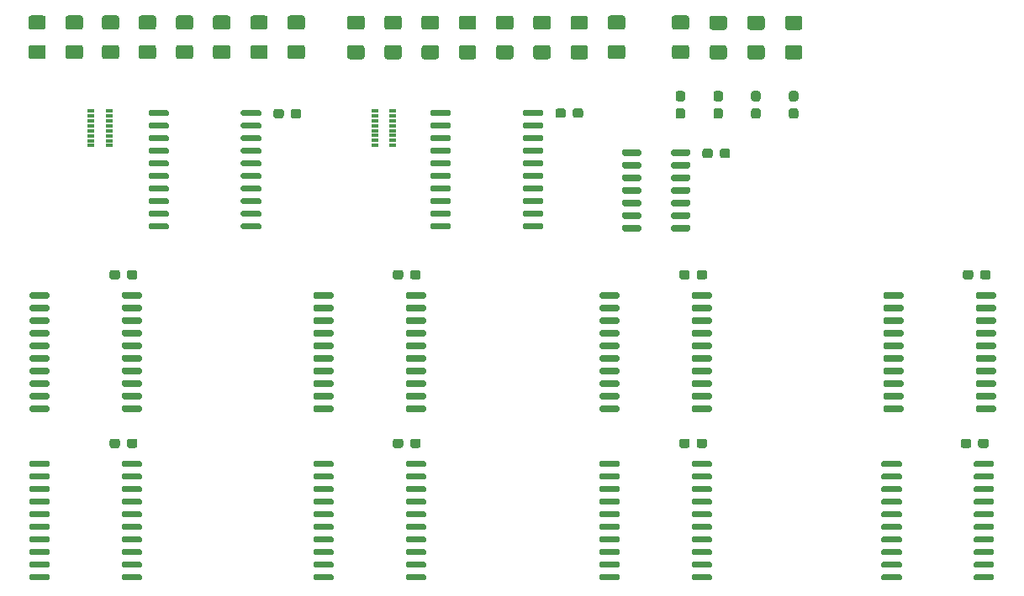
<source format=gbr>
G04 #@! TF.GenerationSoftware,KiCad,Pcbnew,(5.1.8)-1*
G04 #@! TF.CreationDate,2020-11-27T19:32:22-08:00*
G04 #@! TF.ProjectId,GPRModule,4750524d-6f64-4756-9c65-2e6b69636164,1.0*
G04 #@! TF.SameCoordinates,Original*
G04 #@! TF.FileFunction,Paste,Top*
G04 #@! TF.FilePolarity,Positive*
%FSLAX46Y46*%
G04 Gerber Fmt 4.6, Leading zero omitted, Abs format (unit mm)*
G04 Created by KiCad (PCBNEW (5.1.8)-1) date 2020-11-27 19:32:22*
%MOMM*%
%LPD*%
G01*
G04 APERTURE LIST*
%ADD10R,0.800000X0.300000*%
G04 APERTURE END LIST*
D10*
X101150000Y-71270000D03*
X101150000Y-70270000D03*
X101150000Y-70770000D03*
X101150000Y-69770000D03*
X101150000Y-69270000D03*
X101150000Y-68770000D03*
X99350000Y-71270000D03*
X99350000Y-70770000D03*
X99350000Y-70270000D03*
X99350000Y-69770000D03*
X99350000Y-69270000D03*
X99350000Y-68770000D03*
X101150000Y-71770000D03*
X99350000Y-71770000D03*
X101150000Y-68270000D03*
X99350000Y-68270000D03*
G36*
G01*
X102425000Y-104035000D02*
X102425000Y-103735000D01*
G75*
G02*
X102575000Y-103585000I150000J0D01*
G01*
X104325000Y-103585000D01*
G75*
G02*
X104475000Y-103735000I0J-150000D01*
G01*
X104475000Y-104035000D01*
G75*
G02*
X104325000Y-104185000I-150000J0D01*
G01*
X102575000Y-104185000D01*
G75*
G02*
X102425000Y-104035000I0J150000D01*
G01*
G37*
G36*
G01*
X102425000Y-105305000D02*
X102425000Y-105005000D01*
G75*
G02*
X102575000Y-104855000I150000J0D01*
G01*
X104325000Y-104855000D01*
G75*
G02*
X104475000Y-105005000I0J-150000D01*
G01*
X104475000Y-105305000D01*
G75*
G02*
X104325000Y-105455000I-150000J0D01*
G01*
X102575000Y-105455000D01*
G75*
G02*
X102425000Y-105305000I0J150000D01*
G01*
G37*
G36*
G01*
X102425000Y-106575000D02*
X102425000Y-106275000D01*
G75*
G02*
X102575000Y-106125000I150000J0D01*
G01*
X104325000Y-106125000D01*
G75*
G02*
X104475000Y-106275000I0J-150000D01*
G01*
X104475000Y-106575000D01*
G75*
G02*
X104325000Y-106725000I-150000J0D01*
G01*
X102575000Y-106725000D01*
G75*
G02*
X102425000Y-106575000I0J150000D01*
G01*
G37*
G36*
G01*
X102425000Y-107845000D02*
X102425000Y-107545000D01*
G75*
G02*
X102575000Y-107395000I150000J0D01*
G01*
X104325000Y-107395000D01*
G75*
G02*
X104475000Y-107545000I0J-150000D01*
G01*
X104475000Y-107845000D01*
G75*
G02*
X104325000Y-107995000I-150000J0D01*
G01*
X102575000Y-107995000D01*
G75*
G02*
X102425000Y-107845000I0J150000D01*
G01*
G37*
G36*
G01*
X102425000Y-109115000D02*
X102425000Y-108815000D01*
G75*
G02*
X102575000Y-108665000I150000J0D01*
G01*
X104325000Y-108665000D01*
G75*
G02*
X104475000Y-108815000I0J-150000D01*
G01*
X104475000Y-109115000D01*
G75*
G02*
X104325000Y-109265000I-150000J0D01*
G01*
X102575000Y-109265000D01*
G75*
G02*
X102425000Y-109115000I0J150000D01*
G01*
G37*
G36*
G01*
X102425000Y-110385000D02*
X102425000Y-110085000D01*
G75*
G02*
X102575000Y-109935000I150000J0D01*
G01*
X104325000Y-109935000D01*
G75*
G02*
X104475000Y-110085000I0J-150000D01*
G01*
X104475000Y-110385000D01*
G75*
G02*
X104325000Y-110535000I-150000J0D01*
G01*
X102575000Y-110535000D01*
G75*
G02*
X102425000Y-110385000I0J150000D01*
G01*
G37*
G36*
G01*
X102425000Y-111655000D02*
X102425000Y-111355000D01*
G75*
G02*
X102575000Y-111205000I150000J0D01*
G01*
X104325000Y-111205000D01*
G75*
G02*
X104475000Y-111355000I0J-150000D01*
G01*
X104475000Y-111655000D01*
G75*
G02*
X104325000Y-111805000I-150000J0D01*
G01*
X102575000Y-111805000D01*
G75*
G02*
X102425000Y-111655000I0J150000D01*
G01*
G37*
G36*
G01*
X102425000Y-112925000D02*
X102425000Y-112625000D01*
G75*
G02*
X102575000Y-112475000I150000J0D01*
G01*
X104325000Y-112475000D01*
G75*
G02*
X104475000Y-112625000I0J-150000D01*
G01*
X104475000Y-112925000D01*
G75*
G02*
X104325000Y-113075000I-150000J0D01*
G01*
X102575000Y-113075000D01*
G75*
G02*
X102425000Y-112925000I0J150000D01*
G01*
G37*
G36*
G01*
X102425000Y-114195000D02*
X102425000Y-113895000D01*
G75*
G02*
X102575000Y-113745000I150000J0D01*
G01*
X104325000Y-113745000D01*
G75*
G02*
X104475000Y-113895000I0J-150000D01*
G01*
X104475000Y-114195000D01*
G75*
G02*
X104325000Y-114345000I-150000J0D01*
G01*
X102575000Y-114345000D01*
G75*
G02*
X102425000Y-114195000I0J150000D01*
G01*
G37*
G36*
G01*
X102425000Y-115465000D02*
X102425000Y-115165000D01*
G75*
G02*
X102575000Y-115015000I150000J0D01*
G01*
X104325000Y-115015000D01*
G75*
G02*
X104475000Y-115165000I0J-150000D01*
G01*
X104475000Y-115465000D01*
G75*
G02*
X104325000Y-115615000I-150000J0D01*
G01*
X102575000Y-115615000D01*
G75*
G02*
X102425000Y-115465000I0J150000D01*
G01*
G37*
G36*
G01*
X93125000Y-115465000D02*
X93125000Y-115165000D01*
G75*
G02*
X93275000Y-115015000I150000J0D01*
G01*
X95025000Y-115015000D01*
G75*
G02*
X95175000Y-115165000I0J-150000D01*
G01*
X95175000Y-115465000D01*
G75*
G02*
X95025000Y-115615000I-150000J0D01*
G01*
X93275000Y-115615000D01*
G75*
G02*
X93125000Y-115465000I0J150000D01*
G01*
G37*
G36*
G01*
X93125000Y-114195000D02*
X93125000Y-113895000D01*
G75*
G02*
X93275000Y-113745000I150000J0D01*
G01*
X95025000Y-113745000D01*
G75*
G02*
X95175000Y-113895000I0J-150000D01*
G01*
X95175000Y-114195000D01*
G75*
G02*
X95025000Y-114345000I-150000J0D01*
G01*
X93275000Y-114345000D01*
G75*
G02*
X93125000Y-114195000I0J150000D01*
G01*
G37*
G36*
G01*
X93125000Y-112925000D02*
X93125000Y-112625000D01*
G75*
G02*
X93275000Y-112475000I150000J0D01*
G01*
X95025000Y-112475000D01*
G75*
G02*
X95175000Y-112625000I0J-150000D01*
G01*
X95175000Y-112925000D01*
G75*
G02*
X95025000Y-113075000I-150000J0D01*
G01*
X93275000Y-113075000D01*
G75*
G02*
X93125000Y-112925000I0J150000D01*
G01*
G37*
G36*
G01*
X93125000Y-111655000D02*
X93125000Y-111355000D01*
G75*
G02*
X93275000Y-111205000I150000J0D01*
G01*
X95025000Y-111205000D01*
G75*
G02*
X95175000Y-111355000I0J-150000D01*
G01*
X95175000Y-111655000D01*
G75*
G02*
X95025000Y-111805000I-150000J0D01*
G01*
X93275000Y-111805000D01*
G75*
G02*
X93125000Y-111655000I0J150000D01*
G01*
G37*
G36*
G01*
X93125000Y-110385000D02*
X93125000Y-110085000D01*
G75*
G02*
X93275000Y-109935000I150000J0D01*
G01*
X95025000Y-109935000D01*
G75*
G02*
X95175000Y-110085000I0J-150000D01*
G01*
X95175000Y-110385000D01*
G75*
G02*
X95025000Y-110535000I-150000J0D01*
G01*
X93275000Y-110535000D01*
G75*
G02*
X93125000Y-110385000I0J150000D01*
G01*
G37*
G36*
G01*
X93125000Y-109115000D02*
X93125000Y-108815000D01*
G75*
G02*
X93275000Y-108665000I150000J0D01*
G01*
X95025000Y-108665000D01*
G75*
G02*
X95175000Y-108815000I0J-150000D01*
G01*
X95175000Y-109115000D01*
G75*
G02*
X95025000Y-109265000I-150000J0D01*
G01*
X93275000Y-109265000D01*
G75*
G02*
X93125000Y-109115000I0J150000D01*
G01*
G37*
G36*
G01*
X93125000Y-107845000D02*
X93125000Y-107545000D01*
G75*
G02*
X93275000Y-107395000I150000J0D01*
G01*
X95025000Y-107395000D01*
G75*
G02*
X95175000Y-107545000I0J-150000D01*
G01*
X95175000Y-107845000D01*
G75*
G02*
X95025000Y-107995000I-150000J0D01*
G01*
X93275000Y-107995000D01*
G75*
G02*
X93125000Y-107845000I0J150000D01*
G01*
G37*
G36*
G01*
X93125000Y-106575000D02*
X93125000Y-106275000D01*
G75*
G02*
X93275000Y-106125000I150000J0D01*
G01*
X95025000Y-106125000D01*
G75*
G02*
X95175000Y-106275000I0J-150000D01*
G01*
X95175000Y-106575000D01*
G75*
G02*
X95025000Y-106725000I-150000J0D01*
G01*
X93275000Y-106725000D01*
G75*
G02*
X93125000Y-106575000I0J150000D01*
G01*
G37*
G36*
G01*
X93125000Y-105305000D02*
X93125000Y-105005000D01*
G75*
G02*
X93275000Y-104855000I150000J0D01*
G01*
X95025000Y-104855000D01*
G75*
G02*
X95175000Y-105005000I0J-150000D01*
G01*
X95175000Y-105305000D01*
G75*
G02*
X95025000Y-105455000I-150000J0D01*
G01*
X93275000Y-105455000D01*
G75*
G02*
X93125000Y-105305000I0J150000D01*
G01*
G37*
G36*
G01*
X93125000Y-104035000D02*
X93125000Y-103735000D01*
G75*
G02*
X93275000Y-103585000I150000J0D01*
G01*
X95025000Y-103585000D01*
G75*
G02*
X95175000Y-103735000I0J-150000D01*
G01*
X95175000Y-104035000D01*
G75*
G02*
X95025000Y-104185000I-150000J0D01*
G01*
X93275000Y-104185000D01*
G75*
G02*
X93125000Y-104035000I0J150000D01*
G01*
G37*
G36*
G01*
X100675000Y-61625000D02*
X101925000Y-61625000D01*
G75*
G02*
X102175000Y-61875000I0J-250000D01*
G01*
X102175000Y-62800000D01*
G75*
G02*
X101925000Y-63050000I-250000J0D01*
G01*
X100675000Y-63050000D01*
G75*
G02*
X100425000Y-62800000I0J250000D01*
G01*
X100425000Y-61875000D01*
G75*
G02*
X100675000Y-61625000I250000J0D01*
G01*
G37*
G36*
G01*
X100675000Y-58650000D02*
X101925000Y-58650000D01*
G75*
G02*
X102175000Y-58900000I0J-250000D01*
G01*
X102175000Y-59825000D01*
G75*
G02*
X101925000Y-60075000I-250000J0D01*
G01*
X100675000Y-60075000D01*
G75*
G02*
X100425000Y-59825000I0J250000D01*
G01*
X100425000Y-58900000D01*
G75*
G02*
X100675000Y-58650000I250000J0D01*
G01*
G37*
G36*
G01*
X188875000Y-85037500D02*
X188875000Y-84562500D01*
G75*
G02*
X189112500Y-84325000I237500J0D01*
G01*
X189687500Y-84325000D01*
G75*
G02*
X189925000Y-84562500I0J-237500D01*
G01*
X189925000Y-85037500D01*
G75*
G02*
X189687500Y-85275000I-237500J0D01*
G01*
X189112500Y-85275000D01*
G75*
G02*
X188875000Y-85037500I0J237500D01*
G01*
G37*
G36*
G01*
X187125000Y-85037500D02*
X187125000Y-84562500D01*
G75*
G02*
X187362500Y-84325000I237500J0D01*
G01*
X187937500Y-84325000D01*
G75*
G02*
X188175000Y-84562500I0J-237500D01*
G01*
X188175000Y-85037500D01*
G75*
G02*
X187937500Y-85275000I-237500J0D01*
G01*
X187362500Y-85275000D01*
G75*
G02*
X187125000Y-85037500I0J237500D01*
G01*
G37*
G36*
G01*
X186925000Y-102037500D02*
X186925000Y-101562500D01*
G75*
G02*
X187162500Y-101325000I237500J0D01*
G01*
X187737500Y-101325000D01*
G75*
G02*
X187975000Y-101562500I0J-237500D01*
G01*
X187975000Y-102037500D01*
G75*
G02*
X187737500Y-102275000I-237500J0D01*
G01*
X187162500Y-102275000D01*
G75*
G02*
X186925000Y-102037500I0J237500D01*
G01*
G37*
G36*
G01*
X188675000Y-102037500D02*
X188675000Y-101562500D01*
G75*
G02*
X188912500Y-101325000I237500J0D01*
G01*
X189487500Y-101325000D01*
G75*
G02*
X189725000Y-101562500I0J-237500D01*
G01*
X189725000Y-102037500D01*
G75*
G02*
X189487500Y-102275000I-237500J0D01*
G01*
X188912500Y-102275000D01*
G75*
G02*
X188675000Y-102037500I0J237500D01*
G01*
G37*
G36*
G01*
X158575000Y-102037500D02*
X158575000Y-101562500D01*
G75*
G02*
X158812500Y-101325000I237500J0D01*
G01*
X159387500Y-101325000D01*
G75*
G02*
X159625000Y-101562500I0J-237500D01*
G01*
X159625000Y-102037500D01*
G75*
G02*
X159387500Y-102275000I-237500J0D01*
G01*
X158812500Y-102275000D01*
G75*
G02*
X158575000Y-102037500I0J237500D01*
G01*
G37*
G36*
G01*
X160325000Y-102037500D02*
X160325000Y-101562500D01*
G75*
G02*
X160562500Y-101325000I237500J0D01*
G01*
X161137500Y-101325000D01*
G75*
G02*
X161375000Y-101562500I0J-237500D01*
G01*
X161375000Y-102037500D01*
G75*
G02*
X161137500Y-102275000I-237500J0D01*
G01*
X160562500Y-102275000D01*
G75*
G02*
X160325000Y-102037500I0J237500D01*
G01*
G37*
G36*
G01*
X160330000Y-85037500D02*
X160330000Y-84562500D01*
G75*
G02*
X160567500Y-84325000I237500J0D01*
G01*
X161142500Y-84325000D01*
G75*
G02*
X161380000Y-84562500I0J-237500D01*
G01*
X161380000Y-85037500D01*
G75*
G02*
X161142500Y-85275000I-237500J0D01*
G01*
X160567500Y-85275000D01*
G75*
G02*
X160330000Y-85037500I0J237500D01*
G01*
G37*
G36*
G01*
X158580000Y-85037500D02*
X158580000Y-84562500D01*
G75*
G02*
X158817500Y-84325000I237500J0D01*
G01*
X159392500Y-84325000D01*
G75*
G02*
X159630000Y-84562500I0J-237500D01*
G01*
X159630000Y-85037500D01*
G75*
G02*
X159392500Y-85275000I-237500J0D01*
G01*
X158817500Y-85275000D01*
G75*
G02*
X158580000Y-85037500I0J237500D01*
G01*
G37*
G36*
G01*
X129725000Y-102037500D02*
X129725000Y-101562500D01*
G75*
G02*
X129962500Y-101325000I237500J0D01*
G01*
X130537500Y-101325000D01*
G75*
G02*
X130775000Y-101562500I0J-237500D01*
G01*
X130775000Y-102037500D01*
G75*
G02*
X130537500Y-102275000I-237500J0D01*
G01*
X129962500Y-102275000D01*
G75*
G02*
X129725000Y-102037500I0J237500D01*
G01*
G37*
G36*
G01*
X131475000Y-102037500D02*
X131475000Y-101562500D01*
G75*
G02*
X131712500Y-101325000I237500J0D01*
G01*
X132287500Y-101325000D01*
G75*
G02*
X132525000Y-101562500I0J-237500D01*
G01*
X132525000Y-102037500D01*
G75*
G02*
X132287500Y-102275000I-237500J0D01*
G01*
X131712500Y-102275000D01*
G75*
G02*
X131475000Y-102037500I0J237500D01*
G01*
G37*
G36*
G01*
X131475000Y-85037500D02*
X131475000Y-84562500D01*
G75*
G02*
X131712500Y-84325000I237500J0D01*
G01*
X132287500Y-84325000D01*
G75*
G02*
X132525000Y-84562500I0J-237500D01*
G01*
X132525000Y-85037500D01*
G75*
G02*
X132287500Y-85275000I-237500J0D01*
G01*
X131712500Y-85275000D01*
G75*
G02*
X131475000Y-85037500I0J237500D01*
G01*
G37*
G36*
G01*
X129725000Y-85037500D02*
X129725000Y-84562500D01*
G75*
G02*
X129962500Y-84325000I237500J0D01*
G01*
X130537500Y-84325000D01*
G75*
G02*
X130775000Y-84562500I0J-237500D01*
G01*
X130775000Y-85037500D01*
G75*
G02*
X130537500Y-85275000I-237500J0D01*
G01*
X129962500Y-85275000D01*
G75*
G02*
X129725000Y-85037500I0J237500D01*
G01*
G37*
G36*
G01*
X101200000Y-102037500D02*
X101200000Y-101562500D01*
G75*
G02*
X101437500Y-101325000I237500J0D01*
G01*
X102012500Y-101325000D01*
G75*
G02*
X102250000Y-101562500I0J-237500D01*
G01*
X102250000Y-102037500D01*
G75*
G02*
X102012500Y-102275000I-237500J0D01*
G01*
X101437500Y-102275000D01*
G75*
G02*
X101200000Y-102037500I0J237500D01*
G01*
G37*
G36*
G01*
X102950000Y-102037500D02*
X102950000Y-101562500D01*
G75*
G02*
X103187500Y-101325000I237500J0D01*
G01*
X103762500Y-101325000D01*
G75*
G02*
X104000000Y-101562500I0J-237500D01*
G01*
X104000000Y-102037500D01*
G75*
G02*
X103762500Y-102275000I-237500J0D01*
G01*
X103187500Y-102275000D01*
G75*
G02*
X102950000Y-102037500I0J237500D01*
G01*
G37*
G36*
G01*
X101200000Y-85037500D02*
X101200000Y-84562500D01*
G75*
G02*
X101437500Y-84325000I237500J0D01*
G01*
X102012500Y-84325000D01*
G75*
G02*
X102250000Y-84562500I0J-237500D01*
G01*
X102250000Y-85037500D01*
G75*
G02*
X102012500Y-85275000I-237500J0D01*
G01*
X101437500Y-85275000D01*
G75*
G02*
X101200000Y-85037500I0J237500D01*
G01*
G37*
G36*
G01*
X102950000Y-85037500D02*
X102950000Y-84562500D01*
G75*
G02*
X103187500Y-84325000I237500J0D01*
G01*
X103762500Y-84325000D01*
G75*
G02*
X104000000Y-84562500I0J-237500D01*
G01*
X104000000Y-85037500D01*
G75*
G02*
X103762500Y-85275000I-237500J0D01*
G01*
X103187500Y-85275000D01*
G75*
G02*
X102950000Y-85037500I0J237500D01*
G01*
G37*
G36*
G01*
X118750000Y-68312500D02*
X118750000Y-68787500D01*
G75*
G02*
X118512500Y-69025000I-237500J0D01*
G01*
X117937500Y-69025000D01*
G75*
G02*
X117700000Y-68787500I0J237500D01*
G01*
X117700000Y-68312500D01*
G75*
G02*
X117937500Y-68075000I237500J0D01*
G01*
X118512500Y-68075000D01*
G75*
G02*
X118750000Y-68312500I0J-237500D01*
G01*
G37*
G36*
G01*
X120500000Y-68312500D02*
X120500000Y-68787500D01*
G75*
G02*
X120262500Y-69025000I-237500J0D01*
G01*
X119687500Y-69025000D01*
G75*
G02*
X119450000Y-68787500I0J237500D01*
G01*
X119450000Y-68312500D01*
G75*
G02*
X119687500Y-68075000I237500J0D01*
G01*
X120262500Y-68075000D01*
G75*
G02*
X120500000Y-68312500I0J-237500D01*
G01*
G37*
G36*
G01*
X148900000Y-68262500D02*
X148900000Y-68737500D01*
G75*
G02*
X148662500Y-68975000I-237500J0D01*
G01*
X148087500Y-68975000D01*
G75*
G02*
X147850000Y-68737500I0J237500D01*
G01*
X147850000Y-68262500D01*
G75*
G02*
X148087500Y-68025000I237500J0D01*
G01*
X148662500Y-68025000D01*
G75*
G02*
X148900000Y-68262500I0J-237500D01*
G01*
G37*
G36*
G01*
X147150000Y-68262500D02*
X147150000Y-68737500D01*
G75*
G02*
X146912500Y-68975000I-237500J0D01*
G01*
X146337500Y-68975000D01*
G75*
G02*
X146100000Y-68737500I0J237500D01*
G01*
X146100000Y-68262500D01*
G75*
G02*
X146337500Y-68025000I237500J0D01*
G01*
X146912500Y-68025000D01*
G75*
G02*
X147150000Y-68262500I0J-237500D01*
G01*
G37*
G36*
G01*
X161950000Y-72312500D02*
X161950000Y-72787500D01*
G75*
G02*
X161712500Y-73025000I-237500J0D01*
G01*
X161137500Y-73025000D01*
G75*
G02*
X160900000Y-72787500I0J237500D01*
G01*
X160900000Y-72312500D01*
G75*
G02*
X161137500Y-72075000I237500J0D01*
G01*
X161712500Y-72075000D01*
G75*
G02*
X161950000Y-72312500I0J-237500D01*
G01*
G37*
G36*
G01*
X163700000Y-72312500D02*
X163700000Y-72787500D01*
G75*
G02*
X163462500Y-73025000I-237500J0D01*
G01*
X162887500Y-73025000D01*
G75*
G02*
X162650000Y-72787500I0J237500D01*
G01*
X162650000Y-72312500D01*
G75*
G02*
X162887500Y-72075000I237500J0D01*
G01*
X163462500Y-72075000D01*
G75*
G02*
X163700000Y-72312500I0J-237500D01*
G01*
G37*
G36*
G01*
X151625000Y-58650000D02*
X152875000Y-58650000D01*
G75*
G02*
X153125000Y-58900000I0J-250000D01*
G01*
X153125000Y-59825000D01*
G75*
G02*
X152875000Y-60075000I-250000J0D01*
G01*
X151625000Y-60075000D01*
G75*
G02*
X151375000Y-59825000I0J250000D01*
G01*
X151375000Y-58900000D01*
G75*
G02*
X151625000Y-58650000I250000J0D01*
G01*
G37*
G36*
G01*
X151625000Y-61625000D02*
X152875000Y-61625000D01*
G75*
G02*
X153125000Y-61875000I0J-250000D01*
G01*
X153125000Y-62800000D01*
G75*
G02*
X152875000Y-63050000I-250000J0D01*
G01*
X151625000Y-63050000D01*
G75*
G02*
X151375000Y-62800000I0J250000D01*
G01*
X151375000Y-61875000D01*
G75*
G02*
X151625000Y-61625000I250000J0D01*
G01*
G37*
G36*
G01*
X147875000Y-58662500D02*
X149125000Y-58662500D01*
G75*
G02*
X149375000Y-58912500I0J-250000D01*
G01*
X149375000Y-59837500D01*
G75*
G02*
X149125000Y-60087500I-250000J0D01*
G01*
X147875000Y-60087500D01*
G75*
G02*
X147625000Y-59837500I0J250000D01*
G01*
X147625000Y-58912500D01*
G75*
G02*
X147875000Y-58662500I250000J0D01*
G01*
G37*
G36*
G01*
X147875000Y-61637500D02*
X149125000Y-61637500D01*
G75*
G02*
X149375000Y-61887500I0J-250000D01*
G01*
X149375000Y-62812500D01*
G75*
G02*
X149125000Y-63062500I-250000J0D01*
G01*
X147875000Y-63062500D01*
G75*
G02*
X147625000Y-62812500I0J250000D01*
G01*
X147625000Y-61887500D01*
G75*
G02*
X147875000Y-61637500I250000J0D01*
G01*
G37*
G36*
G01*
X144125000Y-61637500D02*
X145375000Y-61637500D01*
G75*
G02*
X145625000Y-61887500I0J-250000D01*
G01*
X145625000Y-62812500D01*
G75*
G02*
X145375000Y-63062500I-250000J0D01*
G01*
X144125000Y-63062500D01*
G75*
G02*
X143875000Y-62812500I0J250000D01*
G01*
X143875000Y-61887500D01*
G75*
G02*
X144125000Y-61637500I250000J0D01*
G01*
G37*
G36*
G01*
X144125000Y-58662500D02*
X145375000Y-58662500D01*
G75*
G02*
X145625000Y-58912500I0J-250000D01*
G01*
X145625000Y-59837500D01*
G75*
G02*
X145375000Y-60087500I-250000J0D01*
G01*
X144125000Y-60087500D01*
G75*
G02*
X143875000Y-59837500I0J250000D01*
G01*
X143875000Y-58912500D01*
G75*
G02*
X144125000Y-58662500I250000J0D01*
G01*
G37*
G36*
G01*
X140375000Y-61637500D02*
X141625000Y-61637500D01*
G75*
G02*
X141875000Y-61887500I0J-250000D01*
G01*
X141875000Y-62812500D01*
G75*
G02*
X141625000Y-63062500I-250000J0D01*
G01*
X140375000Y-63062500D01*
G75*
G02*
X140125000Y-62812500I0J250000D01*
G01*
X140125000Y-61887500D01*
G75*
G02*
X140375000Y-61637500I250000J0D01*
G01*
G37*
G36*
G01*
X140375000Y-58662500D02*
X141625000Y-58662500D01*
G75*
G02*
X141875000Y-58912500I0J-250000D01*
G01*
X141875000Y-59837500D01*
G75*
G02*
X141625000Y-60087500I-250000J0D01*
G01*
X140375000Y-60087500D01*
G75*
G02*
X140125000Y-59837500I0J250000D01*
G01*
X140125000Y-58912500D01*
G75*
G02*
X140375000Y-58662500I250000J0D01*
G01*
G37*
G36*
G01*
X136625000Y-58662500D02*
X137875000Y-58662500D01*
G75*
G02*
X138125000Y-58912500I0J-250000D01*
G01*
X138125000Y-59837500D01*
G75*
G02*
X137875000Y-60087500I-250000J0D01*
G01*
X136625000Y-60087500D01*
G75*
G02*
X136375000Y-59837500I0J250000D01*
G01*
X136375000Y-58912500D01*
G75*
G02*
X136625000Y-58662500I250000J0D01*
G01*
G37*
G36*
G01*
X136625000Y-61637500D02*
X137875000Y-61637500D01*
G75*
G02*
X138125000Y-61887500I0J-250000D01*
G01*
X138125000Y-62812500D01*
G75*
G02*
X137875000Y-63062500I-250000J0D01*
G01*
X136625000Y-63062500D01*
G75*
G02*
X136375000Y-62812500I0J250000D01*
G01*
X136375000Y-61887500D01*
G75*
G02*
X136625000Y-61637500I250000J0D01*
G01*
G37*
G36*
G01*
X132875000Y-58662500D02*
X134125000Y-58662500D01*
G75*
G02*
X134375000Y-58912500I0J-250000D01*
G01*
X134375000Y-59837500D01*
G75*
G02*
X134125000Y-60087500I-250000J0D01*
G01*
X132875000Y-60087500D01*
G75*
G02*
X132625000Y-59837500I0J250000D01*
G01*
X132625000Y-58912500D01*
G75*
G02*
X132875000Y-58662500I250000J0D01*
G01*
G37*
G36*
G01*
X132875000Y-61637500D02*
X134125000Y-61637500D01*
G75*
G02*
X134375000Y-61887500I0J-250000D01*
G01*
X134375000Y-62812500D01*
G75*
G02*
X134125000Y-63062500I-250000J0D01*
G01*
X132875000Y-63062500D01*
G75*
G02*
X132625000Y-62812500I0J250000D01*
G01*
X132625000Y-61887500D01*
G75*
G02*
X132875000Y-61637500I250000J0D01*
G01*
G37*
G36*
G01*
X129125000Y-61637500D02*
X130375000Y-61637500D01*
G75*
G02*
X130625000Y-61887500I0J-250000D01*
G01*
X130625000Y-62812500D01*
G75*
G02*
X130375000Y-63062500I-250000J0D01*
G01*
X129125000Y-63062500D01*
G75*
G02*
X128875000Y-62812500I0J250000D01*
G01*
X128875000Y-61887500D01*
G75*
G02*
X129125000Y-61637500I250000J0D01*
G01*
G37*
G36*
G01*
X129125000Y-58662500D02*
X130375000Y-58662500D01*
G75*
G02*
X130625000Y-58912500I0J-250000D01*
G01*
X130625000Y-59837500D01*
G75*
G02*
X130375000Y-60087500I-250000J0D01*
G01*
X129125000Y-60087500D01*
G75*
G02*
X128875000Y-59837500I0J250000D01*
G01*
X128875000Y-58912500D01*
G75*
G02*
X129125000Y-58662500I250000J0D01*
G01*
G37*
G36*
G01*
X125375000Y-58662500D02*
X126625000Y-58662500D01*
G75*
G02*
X126875000Y-58912500I0J-250000D01*
G01*
X126875000Y-59837500D01*
G75*
G02*
X126625000Y-60087500I-250000J0D01*
G01*
X125375000Y-60087500D01*
G75*
G02*
X125125000Y-59837500I0J250000D01*
G01*
X125125000Y-58912500D01*
G75*
G02*
X125375000Y-58662500I250000J0D01*
G01*
G37*
G36*
G01*
X125375000Y-61637500D02*
X126625000Y-61637500D01*
G75*
G02*
X126875000Y-61887500I0J-250000D01*
G01*
X126875000Y-62812500D01*
G75*
G02*
X126625000Y-63062500I-250000J0D01*
G01*
X125375000Y-63062500D01*
G75*
G02*
X125125000Y-62812500I0J250000D01*
G01*
X125125000Y-61887500D01*
G75*
G02*
X125375000Y-61637500I250000J0D01*
G01*
G37*
G36*
G01*
X119375000Y-61625000D02*
X120625000Y-61625000D01*
G75*
G02*
X120875000Y-61875000I0J-250000D01*
G01*
X120875000Y-62800000D01*
G75*
G02*
X120625000Y-63050000I-250000J0D01*
G01*
X119375000Y-63050000D01*
G75*
G02*
X119125000Y-62800000I0J250000D01*
G01*
X119125000Y-61875000D01*
G75*
G02*
X119375000Y-61625000I250000J0D01*
G01*
G37*
G36*
G01*
X119375000Y-58650000D02*
X120625000Y-58650000D01*
G75*
G02*
X120875000Y-58900000I0J-250000D01*
G01*
X120875000Y-59825000D01*
G75*
G02*
X120625000Y-60075000I-250000J0D01*
G01*
X119375000Y-60075000D01*
G75*
G02*
X119125000Y-59825000I0J250000D01*
G01*
X119125000Y-58900000D01*
G75*
G02*
X119375000Y-58650000I250000J0D01*
G01*
G37*
G36*
G01*
X115625000Y-61625000D02*
X116875000Y-61625000D01*
G75*
G02*
X117125000Y-61875000I0J-250000D01*
G01*
X117125000Y-62800000D01*
G75*
G02*
X116875000Y-63050000I-250000J0D01*
G01*
X115625000Y-63050000D01*
G75*
G02*
X115375000Y-62800000I0J250000D01*
G01*
X115375000Y-61875000D01*
G75*
G02*
X115625000Y-61625000I250000J0D01*
G01*
G37*
G36*
G01*
X115625000Y-58650000D02*
X116875000Y-58650000D01*
G75*
G02*
X117125000Y-58900000I0J-250000D01*
G01*
X117125000Y-59825000D01*
G75*
G02*
X116875000Y-60075000I-250000J0D01*
G01*
X115625000Y-60075000D01*
G75*
G02*
X115375000Y-59825000I0J250000D01*
G01*
X115375000Y-58900000D01*
G75*
G02*
X115625000Y-58650000I250000J0D01*
G01*
G37*
G36*
G01*
X111875000Y-58650000D02*
X113125000Y-58650000D01*
G75*
G02*
X113375000Y-58900000I0J-250000D01*
G01*
X113375000Y-59825000D01*
G75*
G02*
X113125000Y-60075000I-250000J0D01*
G01*
X111875000Y-60075000D01*
G75*
G02*
X111625000Y-59825000I0J250000D01*
G01*
X111625000Y-58900000D01*
G75*
G02*
X111875000Y-58650000I250000J0D01*
G01*
G37*
G36*
G01*
X111875000Y-61625000D02*
X113125000Y-61625000D01*
G75*
G02*
X113375000Y-61875000I0J-250000D01*
G01*
X113375000Y-62800000D01*
G75*
G02*
X113125000Y-63050000I-250000J0D01*
G01*
X111875000Y-63050000D01*
G75*
G02*
X111625000Y-62800000I0J250000D01*
G01*
X111625000Y-61875000D01*
G75*
G02*
X111875000Y-61625000I250000J0D01*
G01*
G37*
G36*
G01*
X108125000Y-61625000D02*
X109375000Y-61625000D01*
G75*
G02*
X109625000Y-61875000I0J-250000D01*
G01*
X109625000Y-62800000D01*
G75*
G02*
X109375000Y-63050000I-250000J0D01*
G01*
X108125000Y-63050000D01*
G75*
G02*
X107875000Y-62800000I0J250000D01*
G01*
X107875000Y-61875000D01*
G75*
G02*
X108125000Y-61625000I250000J0D01*
G01*
G37*
G36*
G01*
X108125000Y-58650000D02*
X109375000Y-58650000D01*
G75*
G02*
X109625000Y-58900000I0J-250000D01*
G01*
X109625000Y-59825000D01*
G75*
G02*
X109375000Y-60075000I-250000J0D01*
G01*
X108125000Y-60075000D01*
G75*
G02*
X107875000Y-59825000I0J250000D01*
G01*
X107875000Y-58900000D01*
G75*
G02*
X108125000Y-58650000I250000J0D01*
G01*
G37*
G36*
G01*
X104375000Y-58650000D02*
X105625000Y-58650000D01*
G75*
G02*
X105875000Y-58900000I0J-250000D01*
G01*
X105875000Y-59825000D01*
G75*
G02*
X105625000Y-60075000I-250000J0D01*
G01*
X104375000Y-60075000D01*
G75*
G02*
X104125000Y-59825000I0J250000D01*
G01*
X104125000Y-58900000D01*
G75*
G02*
X104375000Y-58650000I250000J0D01*
G01*
G37*
G36*
G01*
X104375000Y-61625000D02*
X105625000Y-61625000D01*
G75*
G02*
X105875000Y-61875000I0J-250000D01*
G01*
X105875000Y-62800000D01*
G75*
G02*
X105625000Y-63050000I-250000J0D01*
G01*
X104375000Y-63050000D01*
G75*
G02*
X104125000Y-62800000I0J250000D01*
G01*
X104125000Y-61875000D01*
G75*
G02*
X104375000Y-61625000I250000J0D01*
G01*
G37*
G36*
G01*
X97025000Y-58650000D02*
X98275000Y-58650000D01*
G75*
G02*
X98525000Y-58900000I0J-250000D01*
G01*
X98525000Y-59825000D01*
G75*
G02*
X98275000Y-60075000I-250000J0D01*
G01*
X97025000Y-60075000D01*
G75*
G02*
X96775000Y-59825000I0J250000D01*
G01*
X96775000Y-58900000D01*
G75*
G02*
X97025000Y-58650000I250000J0D01*
G01*
G37*
G36*
G01*
X97025000Y-61625000D02*
X98275000Y-61625000D01*
G75*
G02*
X98525000Y-61875000I0J-250000D01*
G01*
X98525000Y-62800000D01*
G75*
G02*
X98275000Y-63050000I-250000J0D01*
G01*
X97025000Y-63050000D01*
G75*
G02*
X96775000Y-62800000I0J250000D01*
G01*
X96775000Y-61875000D01*
G75*
G02*
X97025000Y-61625000I250000J0D01*
G01*
G37*
G36*
G01*
X93275000Y-61625000D02*
X94525000Y-61625000D01*
G75*
G02*
X94775000Y-61875000I0J-250000D01*
G01*
X94775000Y-62800000D01*
G75*
G02*
X94525000Y-63050000I-250000J0D01*
G01*
X93275000Y-63050000D01*
G75*
G02*
X93025000Y-62800000I0J250000D01*
G01*
X93025000Y-61875000D01*
G75*
G02*
X93275000Y-61625000I250000J0D01*
G01*
G37*
G36*
G01*
X93275000Y-58650000D02*
X94525000Y-58650000D01*
G75*
G02*
X94775000Y-58900000I0J-250000D01*
G01*
X94775000Y-59825000D01*
G75*
G02*
X94525000Y-60075000I-250000J0D01*
G01*
X93275000Y-60075000D01*
G75*
G02*
X93025000Y-59825000I0J250000D01*
G01*
X93025000Y-58900000D01*
G75*
G02*
X93275000Y-58650000I250000J0D01*
G01*
G37*
G36*
G01*
X170725000Y-60097500D02*
X169475000Y-60097500D01*
G75*
G02*
X169225000Y-59847500I0J250000D01*
G01*
X169225000Y-58922500D01*
G75*
G02*
X169475000Y-58672500I250000J0D01*
G01*
X170725000Y-58672500D01*
G75*
G02*
X170975000Y-58922500I0J-250000D01*
G01*
X170975000Y-59847500D01*
G75*
G02*
X170725000Y-60097500I-250000J0D01*
G01*
G37*
G36*
G01*
X170725000Y-63072500D02*
X169475000Y-63072500D01*
G75*
G02*
X169225000Y-62822500I0J250000D01*
G01*
X169225000Y-61897500D01*
G75*
G02*
X169475000Y-61647500I250000J0D01*
G01*
X170725000Y-61647500D01*
G75*
G02*
X170975000Y-61897500I0J-250000D01*
G01*
X170975000Y-62822500D01*
G75*
G02*
X170725000Y-63072500I-250000J0D01*
G01*
G37*
G36*
G01*
X166925000Y-63072500D02*
X165675000Y-63072500D01*
G75*
G02*
X165425000Y-62822500I0J250000D01*
G01*
X165425000Y-61897500D01*
G75*
G02*
X165675000Y-61647500I250000J0D01*
G01*
X166925000Y-61647500D01*
G75*
G02*
X167175000Y-61897500I0J-250000D01*
G01*
X167175000Y-62822500D01*
G75*
G02*
X166925000Y-63072500I-250000J0D01*
G01*
G37*
G36*
G01*
X166925000Y-60097500D02*
X165675000Y-60097500D01*
G75*
G02*
X165425000Y-59847500I0J250000D01*
G01*
X165425000Y-58922500D01*
G75*
G02*
X165675000Y-58672500I250000J0D01*
G01*
X166925000Y-58672500D01*
G75*
G02*
X167175000Y-58922500I0J-250000D01*
G01*
X167175000Y-59847500D01*
G75*
G02*
X166925000Y-60097500I-250000J0D01*
G01*
G37*
G36*
G01*
X163125000Y-60097500D02*
X161875000Y-60097500D01*
G75*
G02*
X161625000Y-59847500I0J250000D01*
G01*
X161625000Y-58922500D01*
G75*
G02*
X161875000Y-58672500I250000J0D01*
G01*
X163125000Y-58672500D01*
G75*
G02*
X163375000Y-58922500I0J-250000D01*
G01*
X163375000Y-59847500D01*
G75*
G02*
X163125000Y-60097500I-250000J0D01*
G01*
G37*
G36*
G01*
X163125000Y-63072500D02*
X161875000Y-63072500D01*
G75*
G02*
X161625000Y-62822500I0J250000D01*
G01*
X161625000Y-61897500D01*
G75*
G02*
X161875000Y-61647500I250000J0D01*
G01*
X163125000Y-61647500D01*
G75*
G02*
X163375000Y-61897500I0J-250000D01*
G01*
X163375000Y-62822500D01*
G75*
G02*
X163125000Y-63072500I-250000J0D01*
G01*
G37*
G36*
G01*
X158075000Y-58647500D02*
X159325000Y-58647500D01*
G75*
G02*
X159575000Y-58897500I0J-250000D01*
G01*
X159575000Y-59822500D01*
G75*
G02*
X159325000Y-60072500I-250000J0D01*
G01*
X158075000Y-60072500D01*
G75*
G02*
X157825000Y-59822500I0J250000D01*
G01*
X157825000Y-58897500D01*
G75*
G02*
X158075000Y-58647500I250000J0D01*
G01*
G37*
G36*
G01*
X158075000Y-61622500D02*
X159325000Y-61622500D01*
G75*
G02*
X159575000Y-61872500I0J-250000D01*
G01*
X159575000Y-62797500D01*
G75*
G02*
X159325000Y-63047500I-250000J0D01*
G01*
X158075000Y-63047500D01*
G75*
G02*
X157825000Y-62797500I0J250000D01*
G01*
X157825000Y-61872500D01*
G75*
G02*
X158075000Y-61622500I250000J0D01*
G01*
G37*
G36*
G01*
X170327500Y-69060000D02*
X169852500Y-69060000D01*
G75*
G02*
X169615000Y-68822500I0J237500D01*
G01*
X169615000Y-68247500D01*
G75*
G02*
X169852500Y-68010000I237500J0D01*
G01*
X170327500Y-68010000D01*
G75*
G02*
X170565000Y-68247500I0J-237500D01*
G01*
X170565000Y-68822500D01*
G75*
G02*
X170327500Y-69060000I-237500J0D01*
G01*
G37*
G36*
G01*
X170327500Y-67310000D02*
X169852500Y-67310000D01*
G75*
G02*
X169615000Y-67072500I0J237500D01*
G01*
X169615000Y-66497500D01*
G75*
G02*
X169852500Y-66260000I237500J0D01*
G01*
X170327500Y-66260000D01*
G75*
G02*
X170565000Y-66497500I0J-237500D01*
G01*
X170565000Y-67072500D01*
G75*
G02*
X170327500Y-67310000I-237500J0D01*
G01*
G37*
G36*
G01*
X166527500Y-67310000D02*
X166052500Y-67310000D01*
G75*
G02*
X165815000Y-67072500I0J237500D01*
G01*
X165815000Y-66497500D01*
G75*
G02*
X166052500Y-66260000I237500J0D01*
G01*
X166527500Y-66260000D01*
G75*
G02*
X166765000Y-66497500I0J-237500D01*
G01*
X166765000Y-67072500D01*
G75*
G02*
X166527500Y-67310000I-237500J0D01*
G01*
G37*
G36*
G01*
X166527500Y-69060000D02*
X166052500Y-69060000D01*
G75*
G02*
X165815000Y-68822500I0J237500D01*
G01*
X165815000Y-68247500D01*
G75*
G02*
X166052500Y-68010000I237500J0D01*
G01*
X166527500Y-68010000D01*
G75*
G02*
X166765000Y-68247500I0J-237500D01*
G01*
X166765000Y-68822500D01*
G75*
G02*
X166527500Y-69060000I-237500J0D01*
G01*
G37*
G36*
G01*
X162727500Y-69060000D02*
X162252500Y-69060000D01*
G75*
G02*
X162015000Y-68822500I0J237500D01*
G01*
X162015000Y-68247500D01*
G75*
G02*
X162252500Y-68010000I237500J0D01*
G01*
X162727500Y-68010000D01*
G75*
G02*
X162965000Y-68247500I0J-237500D01*
G01*
X162965000Y-68822500D01*
G75*
G02*
X162727500Y-69060000I-237500J0D01*
G01*
G37*
G36*
G01*
X162727500Y-67310000D02*
X162252500Y-67310000D01*
G75*
G02*
X162015000Y-67072500I0J237500D01*
G01*
X162015000Y-66497500D01*
G75*
G02*
X162252500Y-66260000I237500J0D01*
G01*
X162727500Y-66260000D01*
G75*
G02*
X162965000Y-66497500I0J-237500D01*
G01*
X162965000Y-67072500D01*
G75*
G02*
X162727500Y-67310000I-237500J0D01*
G01*
G37*
G36*
G01*
X158927500Y-67310000D02*
X158452500Y-67310000D01*
G75*
G02*
X158215000Y-67072500I0J237500D01*
G01*
X158215000Y-66497500D01*
G75*
G02*
X158452500Y-66260000I237500J0D01*
G01*
X158927500Y-66260000D01*
G75*
G02*
X159165000Y-66497500I0J-237500D01*
G01*
X159165000Y-67072500D01*
G75*
G02*
X158927500Y-67310000I-237500J0D01*
G01*
G37*
G36*
G01*
X158927500Y-69060000D02*
X158452500Y-69060000D01*
G75*
G02*
X158215000Y-68822500I0J237500D01*
G01*
X158215000Y-68247500D01*
G75*
G02*
X158452500Y-68010000I237500J0D01*
G01*
X158927500Y-68010000D01*
G75*
G02*
X159165000Y-68247500I0J-237500D01*
G01*
X159165000Y-68822500D01*
G75*
G02*
X158927500Y-69060000I-237500J0D01*
G01*
G37*
X127900000Y-68250000D03*
X129700000Y-68250000D03*
X127900000Y-71750000D03*
X129700000Y-71750000D03*
X127900000Y-68750000D03*
X127900000Y-69250000D03*
X127900000Y-69750000D03*
X127900000Y-70250000D03*
X127900000Y-70750000D03*
X127900000Y-71250000D03*
X129700000Y-68750000D03*
X129700000Y-69250000D03*
X129700000Y-69750000D03*
X129700000Y-70750000D03*
X129700000Y-70250000D03*
X129700000Y-71250000D03*
G36*
G01*
X179125000Y-87035000D02*
X179125000Y-86735000D01*
G75*
G02*
X179275000Y-86585000I150000J0D01*
G01*
X181025000Y-86585000D01*
G75*
G02*
X181175000Y-86735000I0J-150000D01*
G01*
X181175000Y-87035000D01*
G75*
G02*
X181025000Y-87185000I-150000J0D01*
G01*
X179275000Y-87185000D01*
G75*
G02*
X179125000Y-87035000I0J150000D01*
G01*
G37*
G36*
G01*
X179125000Y-88305000D02*
X179125000Y-88005000D01*
G75*
G02*
X179275000Y-87855000I150000J0D01*
G01*
X181025000Y-87855000D01*
G75*
G02*
X181175000Y-88005000I0J-150000D01*
G01*
X181175000Y-88305000D01*
G75*
G02*
X181025000Y-88455000I-150000J0D01*
G01*
X179275000Y-88455000D01*
G75*
G02*
X179125000Y-88305000I0J150000D01*
G01*
G37*
G36*
G01*
X179125000Y-89575000D02*
X179125000Y-89275000D01*
G75*
G02*
X179275000Y-89125000I150000J0D01*
G01*
X181025000Y-89125000D01*
G75*
G02*
X181175000Y-89275000I0J-150000D01*
G01*
X181175000Y-89575000D01*
G75*
G02*
X181025000Y-89725000I-150000J0D01*
G01*
X179275000Y-89725000D01*
G75*
G02*
X179125000Y-89575000I0J150000D01*
G01*
G37*
G36*
G01*
X179125000Y-90845000D02*
X179125000Y-90545000D01*
G75*
G02*
X179275000Y-90395000I150000J0D01*
G01*
X181025000Y-90395000D01*
G75*
G02*
X181175000Y-90545000I0J-150000D01*
G01*
X181175000Y-90845000D01*
G75*
G02*
X181025000Y-90995000I-150000J0D01*
G01*
X179275000Y-90995000D01*
G75*
G02*
X179125000Y-90845000I0J150000D01*
G01*
G37*
G36*
G01*
X179125000Y-92115000D02*
X179125000Y-91815000D01*
G75*
G02*
X179275000Y-91665000I150000J0D01*
G01*
X181025000Y-91665000D01*
G75*
G02*
X181175000Y-91815000I0J-150000D01*
G01*
X181175000Y-92115000D01*
G75*
G02*
X181025000Y-92265000I-150000J0D01*
G01*
X179275000Y-92265000D01*
G75*
G02*
X179125000Y-92115000I0J150000D01*
G01*
G37*
G36*
G01*
X179125000Y-93385000D02*
X179125000Y-93085000D01*
G75*
G02*
X179275000Y-92935000I150000J0D01*
G01*
X181025000Y-92935000D01*
G75*
G02*
X181175000Y-93085000I0J-150000D01*
G01*
X181175000Y-93385000D01*
G75*
G02*
X181025000Y-93535000I-150000J0D01*
G01*
X179275000Y-93535000D01*
G75*
G02*
X179125000Y-93385000I0J150000D01*
G01*
G37*
G36*
G01*
X179125000Y-94655000D02*
X179125000Y-94355000D01*
G75*
G02*
X179275000Y-94205000I150000J0D01*
G01*
X181025000Y-94205000D01*
G75*
G02*
X181175000Y-94355000I0J-150000D01*
G01*
X181175000Y-94655000D01*
G75*
G02*
X181025000Y-94805000I-150000J0D01*
G01*
X179275000Y-94805000D01*
G75*
G02*
X179125000Y-94655000I0J150000D01*
G01*
G37*
G36*
G01*
X179125000Y-95925000D02*
X179125000Y-95625000D01*
G75*
G02*
X179275000Y-95475000I150000J0D01*
G01*
X181025000Y-95475000D01*
G75*
G02*
X181175000Y-95625000I0J-150000D01*
G01*
X181175000Y-95925000D01*
G75*
G02*
X181025000Y-96075000I-150000J0D01*
G01*
X179275000Y-96075000D01*
G75*
G02*
X179125000Y-95925000I0J150000D01*
G01*
G37*
G36*
G01*
X179125000Y-97195000D02*
X179125000Y-96895000D01*
G75*
G02*
X179275000Y-96745000I150000J0D01*
G01*
X181025000Y-96745000D01*
G75*
G02*
X181175000Y-96895000I0J-150000D01*
G01*
X181175000Y-97195000D01*
G75*
G02*
X181025000Y-97345000I-150000J0D01*
G01*
X179275000Y-97345000D01*
G75*
G02*
X179125000Y-97195000I0J150000D01*
G01*
G37*
G36*
G01*
X179125000Y-98465000D02*
X179125000Y-98165000D01*
G75*
G02*
X179275000Y-98015000I150000J0D01*
G01*
X181025000Y-98015000D01*
G75*
G02*
X181175000Y-98165000I0J-150000D01*
G01*
X181175000Y-98465000D01*
G75*
G02*
X181025000Y-98615000I-150000J0D01*
G01*
X179275000Y-98615000D01*
G75*
G02*
X179125000Y-98465000I0J150000D01*
G01*
G37*
G36*
G01*
X188425000Y-98465000D02*
X188425000Y-98165000D01*
G75*
G02*
X188575000Y-98015000I150000J0D01*
G01*
X190325000Y-98015000D01*
G75*
G02*
X190475000Y-98165000I0J-150000D01*
G01*
X190475000Y-98465000D01*
G75*
G02*
X190325000Y-98615000I-150000J0D01*
G01*
X188575000Y-98615000D01*
G75*
G02*
X188425000Y-98465000I0J150000D01*
G01*
G37*
G36*
G01*
X188425000Y-97195000D02*
X188425000Y-96895000D01*
G75*
G02*
X188575000Y-96745000I150000J0D01*
G01*
X190325000Y-96745000D01*
G75*
G02*
X190475000Y-96895000I0J-150000D01*
G01*
X190475000Y-97195000D01*
G75*
G02*
X190325000Y-97345000I-150000J0D01*
G01*
X188575000Y-97345000D01*
G75*
G02*
X188425000Y-97195000I0J150000D01*
G01*
G37*
G36*
G01*
X188425000Y-95925000D02*
X188425000Y-95625000D01*
G75*
G02*
X188575000Y-95475000I150000J0D01*
G01*
X190325000Y-95475000D01*
G75*
G02*
X190475000Y-95625000I0J-150000D01*
G01*
X190475000Y-95925000D01*
G75*
G02*
X190325000Y-96075000I-150000J0D01*
G01*
X188575000Y-96075000D01*
G75*
G02*
X188425000Y-95925000I0J150000D01*
G01*
G37*
G36*
G01*
X188425000Y-94655000D02*
X188425000Y-94355000D01*
G75*
G02*
X188575000Y-94205000I150000J0D01*
G01*
X190325000Y-94205000D01*
G75*
G02*
X190475000Y-94355000I0J-150000D01*
G01*
X190475000Y-94655000D01*
G75*
G02*
X190325000Y-94805000I-150000J0D01*
G01*
X188575000Y-94805000D01*
G75*
G02*
X188425000Y-94655000I0J150000D01*
G01*
G37*
G36*
G01*
X188425000Y-93385000D02*
X188425000Y-93085000D01*
G75*
G02*
X188575000Y-92935000I150000J0D01*
G01*
X190325000Y-92935000D01*
G75*
G02*
X190475000Y-93085000I0J-150000D01*
G01*
X190475000Y-93385000D01*
G75*
G02*
X190325000Y-93535000I-150000J0D01*
G01*
X188575000Y-93535000D01*
G75*
G02*
X188425000Y-93385000I0J150000D01*
G01*
G37*
G36*
G01*
X188425000Y-92115000D02*
X188425000Y-91815000D01*
G75*
G02*
X188575000Y-91665000I150000J0D01*
G01*
X190325000Y-91665000D01*
G75*
G02*
X190475000Y-91815000I0J-150000D01*
G01*
X190475000Y-92115000D01*
G75*
G02*
X190325000Y-92265000I-150000J0D01*
G01*
X188575000Y-92265000D01*
G75*
G02*
X188425000Y-92115000I0J150000D01*
G01*
G37*
G36*
G01*
X188425000Y-90845000D02*
X188425000Y-90545000D01*
G75*
G02*
X188575000Y-90395000I150000J0D01*
G01*
X190325000Y-90395000D01*
G75*
G02*
X190475000Y-90545000I0J-150000D01*
G01*
X190475000Y-90845000D01*
G75*
G02*
X190325000Y-90995000I-150000J0D01*
G01*
X188575000Y-90995000D01*
G75*
G02*
X188425000Y-90845000I0J150000D01*
G01*
G37*
G36*
G01*
X188425000Y-89575000D02*
X188425000Y-89275000D01*
G75*
G02*
X188575000Y-89125000I150000J0D01*
G01*
X190325000Y-89125000D01*
G75*
G02*
X190475000Y-89275000I0J-150000D01*
G01*
X190475000Y-89575000D01*
G75*
G02*
X190325000Y-89725000I-150000J0D01*
G01*
X188575000Y-89725000D01*
G75*
G02*
X188425000Y-89575000I0J150000D01*
G01*
G37*
G36*
G01*
X188425000Y-88305000D02*
X188425000Y-88005000D01*
G75*
G02*
X188575000Y-87855000I150000J0D01*
G01*
X190325000Y-87855000D01*
G75*
G02*
X190475000Y-88005000I0J-150000D01*
G01*
X190475000Y-88305000D01*
G75*
G02*
X190325000Y-88455000I-150000J0D01*
G01*
X188575000Y-88455000D01*
G75*
G02*
X188425000Y-88305000I0J150000D01*
G01*
G37*
G36*
G01*
X188425000Y-87035000D02*
X188425000Y-86735000D01*
G75*
G02*
X188575000Y-86585000I150000J0D01*
G01*
X190325000Y-86585000D01*
G75*
G02*
X190475000Y-86735000I0J-150000D01*
G01*
X190475000Y-87035000D01*
G75*
G02*
X190325000Y-87185000I-150000J0D01*
G01*
X188575000Y-87185000D01*
G75*
G02*
X188425000Y-87035000I0J150000D01*
G01*
G37*
G36*
G01*
X188225000Y-104035000D02*
X188225000Y-103735000D01*
G75*
G02*
X188375000Y-103585000I150000J0D01*
G01*
X190125000Y-103585000D01*
G75*
G02*
X190275000Y-103735000I0J-150000D01*
G01*
X190275000Y-104035000D01*
G75*
G02*
X190125000Y-104185000I-150000J0D01*
G01*
X188375000Y-104185000D01*
G75*
G02*
X188225000Y-104035000I0J150000D01*
G01*
G37*
G36*
G01*
X188225000Y-105305000D02*
X188225000Y-105005000D01*
G75*
G02*
X188375000Y-104855000I150000J0D01*
G01*
X190125000Y-104855000D01*
G75*
G02*
X190275000Y-105005000I0J-150000D01*
G01*
X190275000Y-105305000D01*
G75*
G02*
X190125000Y-105455000I-150000J0D01*
G01*
X188375000Y-105455000D01*
G75*
G02*
X188225000Y-105305000I0J150000D01*
G01*
G37*
G36*
G01*
X188225000Y-106575000D02*
X188225000Y-106275000D01*
G75*
G02*
X188375000Y-106125000I150000J0D01*
G01*
X190125000Y-106125000D01*
G75*
G02*
X190275000Y-106275000I0J-150000D01*
G01*
X190275000Y-106575000D01*
G75*
G02*
X190125000Y-106725000I-150000J0D01*
G01*
X188375000Y-106725000D01*
G75*
G02*
X188225000Y-106575000I0J150000D01*
G01*
G37*
G36*
G01*
X188225000Y-107845000D02*
X188225000Y-107545000D01*
G75*
G02*
X188375000Y-107395000I150000J0D01*
G01*
X190125000Y-107395000D01*
G75*
G02*
X190275000Y-107545000I0J-150000D01*
G01*
X190275000Y-107845000D01*
G75*
G02*
X190125000Y-107995000I-150000J0D01*
G01*
X188375000Y-107995000D01*
G75*
G02*
X188225000Y-107845000I0J150000D01*
G01*
G37*
G36*
G01*
X188225000Y-109115000D02*
X188225000Y-108815000D01*
G75*
G02*
X188375000Y-108665000I150000J0D01*
G01*
X190125000Y-108665000D01*
G75*
G02*
X190275000Y-108815000I0J-150000D01*
G01*
X190275000Y-109115000D01*
G75*
G02*
X190125000Y-109265000I-150000J0D01*
G01*
X188375000Y-109265000D01*
G75*
G02*
X188225000Y-109115000I0J150000D01*
G01*
G37*
G36*
G01*
X188225000Y-110385000D02*
X188225000Y-110085000D01*
G75*
G02*
X188375000Y-109935000I150000J0D01*
G01*
X190125000Y-109935000D01*
G75*
G02*
X190275000Y-110085000I0J-150000D01*
G01*
X190275000Y-110385000D01*
G75*
G02*
X190125000Y-110535000I-150000J0D01*
G01*
X188375000Y-110535000D01*
G75*
G02*
X188225000Y-110385000I0J150000D01*
G01*
G37*
G36*
G01*
X188225000Y-111655000D02*
X188225000Y-111355000D01*
G75*
G02*
X188375000Y-111205000I150000J0D01*
G01*
X190125000Y-111205000D01*
G75*
G02*
X190275000Y-111355000I0J-150000D01*
G01*
X190275000Y-111655000D01*
G75*
G02*
X190125000Y-111805000I-150000J0D01*
G01*
X188375000Y-111805000D01*
G75*
G02*
X188225000Y-111655000I0J150000D01*
G01*
G37*
G36*
G01*
X188225000Y-112925000D02*
X188225000Y-112625000D01*
G75*
G02*
X188375000Y-112475000I150000J0D01*
G01*
X190125000Y-112475000D01*
G75*
G02*
X190275000Y-112625000I0J-150000D01*
G01*
X190275000Y-112925000D01*
G75*
G02*
X190125000Y-113075000I-150000J0D01*
G01*
X188375000Y-113075000D01*
G75*
G02*
X188225000Y-112925000I0J150000D01*
G01*
G37*
G36*
G01*
X188225000Y-114195000D02*
X188225000Y-113895000D01*
G75*
G02*
X188375000Y-113745000I150000J0D01*
G01*
X190125000Y-113745000D01*
G75*
G02*
X190275000Y-113895000I0J-150000D01*
G01*
X190275000Y-114195000D01*
G75*
G02*
X190125000Y-114345000I-150000J0D01*
G01*
X188375000Y-114345000D01*
G75*
G02*
X188225000Y-114195000I0J150000D01*
G01*
G37*
G36*
G01*
X188225000Y-115465000D02*
X188225000Y-115165000D01*
G75*
G02*
X188375000Y-115015000I150000J0D01*
G01*
X190125000Y-115015000D01*
G75*
G02*
X190275000Y-115165000I0J-150000D01*
G01*
X190275000Y-115465000D01*
G75*
G02*
X190125000Y-115615000I-150000J0D01*
G01*
X188375000Y-115615000D01*
G75*
G02*
X188225000Y-115465000I0J150000D01*
G01*
G37*
G36*
G01*
X178925000Y-115465000D02*
X178925000Y-115165000D01*
G75*
G02*
X179075000Y-115015000I150000J0D01*
G01*
X180825000Y-115015000D01*
G75*
G02*
X180975000Y-115165000I0J-150000D01*
G01*
X180975000Y-115465000D01*
G75*
G02*
X180825000Y-115615000I-150000J0D01*
G01*
X179075000Y-115615000D01*
G75*
G02*
X178925000Y-115465000I0J150000D01*
G01*
G37*
G36*
G01*
X178925000Y-114195000D02*
X178925000Y-113895000D01*
G75*
G02*
X179075000Y-113745000I150000J0D01*
G01*
X180825000Y-113745000D01*
G75*
G02*
X180975000Y-113895000I0J-150000D01*
G01*
X180975000Y-114195000D01*
G75*
G02*
X180825000Y-114345000I-150000J0D01*
G01*
X179075000Y-114345000D01*
G75*
G02*
X178925000Y-114195000I0J150000D01*
G01*
G37*
G36*
G01*
X178925000Y-112925000D02*
X178925000Y-112625000D01*
G75*
G02*
X179075000Y-112475000I150000J0D01*
G01*
X180825000Y-112475000D01*
G75*
G02*
X180975000Y-112625000I0J-150000D01*
G01*
X180975000Y-112925000D01*
G75*
G02*
X180825000Y-113075000I-150000J0D01*
G01*
X179075000Y-113075000D01*
G75*
G02*
X178925000Y-112925000I0J150000D01*
G01*
G37*
G36*
G01*
X178925000Y-111655000D02*
X178925000Y-111355000D01*
G75*
G02*
X179075000Y-111205000I150000J0D01*
G01*
X180825000Y-111205000D01*
G75*
G02*
X180975000Y-111355000I0J-150000D01*
G01*
X180975000Y-111655000D01*
G75*
G02*
X180825000Y-111805000I-150000J0D01*
G01*
X179075000Y-111805000D01*
G75*
G02*
X178925000Y-111655000I0J150000D01*
G01*
G37*
G36*
G01*
X178925000Y-110385000D02*
X178925000Y-110085000D01*
G75*
G02*
X179075000Y-109935000I150000J0D01*
G01*
X180825000Y-109935000D01*
G75*
G02*
X180975000Y-110085000I0J-150000D01*
G01*
X180975000Y-110385000D01*
G75*
G02*
X180825000Y-110535000I-150000J0D01*
G01*
X179075000Y-110535000D01*
G75*
G02*
X178925000Y-110385000I0J150000D01*
G01*
G37*
G36*
G01*
X178925000Y-109115000D02*
X178925000Y-108815000D01*
G75*
G02*
X179075000Y-108665000I150000J0D01*
G01*
X180825000Y-108665000D01*
G75*
G02*
X180975000Y-108815000I0J-150000D01*
G01*
X180975000Y-109115000D01*
G75*
G02*
X180825000Y-109265000I-150000J0D01*
G01*
X179075000Y-109265000D01*
G75*
G02*
X178925000Y-109115000I0J150000D01*
G01*
G37*
G36*
G01*
X178925000Y-107845000D02*
X178925000Y-107545000D01*
G75*
G02*
X179075000Y-107395000I150000J0D01*
G01*
X180825000Y-107395000D01*
G75*
G02*
X180975000Y-107545000I0J-150000D01*
G01*
X180975000Y-107845000D01*
G75*
G02*
X180825000Y-107995000I-150000J0D01*
G01*
X179075000Y-107995000D01*
G75*
G02*
X178925000Y-107845000I0J150000D01*
G01*
G37*
G36*
G01*
X178925000Y-106575000D02*
X178925000Y-106275000D01*
G75*
G02*
X179075000Y-106125000I150000J0D01*
G01*
X180825000Y-106125000D01*
G75*
G02*
X180975000Y-106275000I0J-150000D01*
G01*
X180975000Y-106575000D01*
G75*
G02*
X180825000Y-106725000I-150000J0D01*
G01*
X179075000Y-106725000D01*
G75*
G02*
X178925000Y-106575000I0J150000D01*
G01*
G37*
G36*
G01*
X178925000Y-105305000D02*
X178925000Y-105005000D01*
G75*
G02*
X179075000Y-104855000I150000J0D01*
G01*
X180825000Y-104855000D01*
G75*
G02*
X180975000Y-105005000I0J-150000D01*
G01*
X180975000Y-105305000D01*
G75*
G02*
X180825000Y-105455000I-150000J0D01*
G01*
X179075000Y-105455000D01*
G75*
G02*
X178925000Y-105305000I0J150000D01*
G01*
G37*
G36*
G01*
X178925000Y-104035000D02*
X178925000Y-103735000D01*
G75*
G02*
X179075000Y-103585000I150000J0D01*
G01*
X180825000Y-103585000D01*
G75*
G02*
X180975000Y-103735000I0J-150000D01*
G01*
X180975000Y-104035000D01*
G75*
G02*
X180825000Y-104185000I-150000J0D01*
G01*
X179075000Y-104185000D01*
G75*
G02*
X178925000Y-104035000I0J150000D01*
G01*
G37*
G36*
G01*
X159825000Y-104035000D02*
X159825000Y-103735000D01*
G75*
G02*
X159975000Y-103585000I150000J0D01*
G01*
X161725000Y-103585000D01*
G75*
G02*
X161875000Y-103735000I0J-150000D01*
G01*
X161875000Y-104035000D01*
G75*
G02*
X161725000Y-104185000I-150000J0D01*
G01*
X159975000Y-104185000D01*
G75*
G02*
X159825000Y-104035000I0J150000D01*
G01*
G37*
G36*
G01*
X159825000Y-105305000D02*
X159825000Y-105005000D01*
G75*
G02*
X159975000Y-104855000I150000J0D01*
G01*
X161725000Y-104855000D01*
G75*
G02*
X161875000Y-105005000I0J-150000D01*
G01*
X161875000Y-105305000D01*
G75*
G02*
X161725000Y-105455000I-150000J0D01*
G01*
X159975000Y-105455000D01*
G75*
G02*
X159825000Y-105305000I0J150000D01*
G01*
G37*
G36*
G01*
X159825000Y-106575000D02*
X159825000Y-106275000D01*
G75*
G02*
X159975000Y-106125000I150000J0D01*
G01*
X161725000Y-106125000D01*
G75*
G02*
X161875000Y-106275000I0J-150000D01*
G01*
X161875000Y-106575000D01*
G75*
G02*
X161725000Y-106725000I-150000J0D01*
G01*
X159975000Y-106725000D01*
G75*
G02*
X159825000Y-106575000I0J150000D01*
G01*
G37*
G36*
G01*
X159825000Y-107845000D02*
X159825000Y-107545000D01*
G75*
G02*
X159975000Y-107395000I150000J0D01*
G01*
X161725000Y-107395000D01*
G75*
G02*
X161875000Y-107545000I0J-150000D01*
G01*
X161875000Y-107845000D01*
G75*
G02*
X161725000Y-107995000I-150000J0D01*
G01*
X159975000Y-107995000D01*
G75*
G02*
X159825000Y-107845000I0J150000D01*
G01*
G37*
G36*
G01*
X159825000Y-109115000D02*
X159825000Y-108815000D01*
G75*
G02*
X159975000Y-108665000I150000J0D01*
G01*
X161725000Y-108665000D01*
G75*
G02*
X161875000Y-108815000I0J-150000D01*
G01*
X161875000Y-109115000D01*
G75*
G02*
X161725000Y-109265000I-150000J0D01*
G01*
X159975000Y-109265000D01*
G75*
G02*
X159825000Y-109115000I0J150000D01*
G01*
G37*
G36*
G01*
X159825000Y-110385000D02*
X159825000Y-110085000D01*
G75*
G02*
X159975000Y-109935000I150000J0D01*
G01*
X161725000Y-109935000D01*
G75*
G02*
X161875000Y-110085000I0J-150000D01*
G01*
X161875000Y-110385000D01*
G75*
G02*
X161725000Y-110535000I-150000J0D01*
G01*
X159975000Y-110535000D01*
G75*
G02*
X159825000Y-110385000I0J150000D01*
G01*
G37*
G36*
G01*
X159825000Y-111655000D02*
X159825000Y-111355000D01*
G75*
G02*
X159975000Y-111205000I150000J0D01*
G01*
X161725000Y-111205000D01*
G75*
G02*
X161875000Y-111355000I0J-150000D01*
G01*
X161875000Y-111655000D01*
G75*
G02*
X161725000Y-111805000I-150000J0D01*
G01*
X159975000Y-111805000D01*
G75*
G02*
X159825000Y-111655000I0J150000D01*
G01*
G37*
G36*
G01*
X159825000Y-112925000D02*
X159825000Y-112625000D01*
G75*
G02*
X159975000Y-112475000I150000J0D01*
G01*
X161725000Y-112475000D01*
G75*
G02*
X161875000Y-112625000I0J-150000D01*
G01*
X161875000Y-112925000D01*
G75*
G02*
X161725000Y-113075000I-150000J0D01*
G01*
X159975000Y-113075000D01*
G75*
G02*
X159825000Y-112925000I0J150000D01*
G01*
G37*
G36*
G01*
X159825000Y-114195000D02*
X159825000Y-113895000D01*
G75*
G02*
X159975000Y-113745000I150000J0D01*
G01*
X161725000Y-113745000D01*
G75*
G02*
X161875000Y-113895000I0J-150000D01*
G01*
X161875000Y-114195000D01*
G75*
G02*
X161725000Y-114345000I-150000J0D01*
G01*
X159975000Y-114345000D01*
G75*
G02*
X159825000Y-114195000I0J150000D01*
G01*
G37*
G36*
G01*
X159825000Y-115465000D02*
X159825000Y-115165000D01*
G75*
G02*
X159975000Y-115015000I150000J0D01*
G01*
X161725000Y-115015000D01*
G75*
G02*
X161875000Y-115165000I0J-150000D01*
G01*
X161875000Y-115465000D01*
G75*
G02*
X161725000Y-115615000I-150000J0D01*
G01*
X159975000Y-115615000D01*
G75*
G02*
X159825000Y-115465000I0J150000D01*
G01*
G37*
G36*
G01*
X150525000Y-115465000D02*
X150525000Y-115165000D01*
G75*
G02*
X150675000Y-115015000I150000J0D01*
G01*
X152425000Y-115015000D01*
G75*
G02*
X152575000Y-115165000I0J-150000D01*
G01*
X152575000Y-115465000D01*
G75*
G02*
X152425000Y-115615000I-150000J0D01*
G01*
X150675000Y-115615000D01*
G75*
G02*
X150525000Y-115465000I0J150000D01*
G01*
G37*
G36*
G01*
X150525000Y-114195000D02*
X150525000Y-113895000D01*
G75*
G02*
X150675000Y-113745000I150000J0D01*
G01*
X152425000Y-113745000D01*
G75*
G02*
X152575000Y-113895000I0J-150000D01*
G01*
X152575000Y-114195000D01*
G75*
G02*
X152425000Y-114345000I-150000J0D01*
G01*
X150675000Y-114345000D01*
G75*
G02*
X150525000Y-114195000I0J150000D01*
G01*
G37*
G36*
G01*
X150525000Y-112925000D02*
X150525000Y-112625000D01*
G75*
G02*
X150675000Y-112475000I150000J0D01*
G01*
X152425000Y-112475000D01*
G75*
G02*
X152575000Y-112625000I0J-150000D01*
G01*
X152575000Y-112925000D01*
G75*
G02*
X152425000Y-113075000I-150000J0D01*
G01*
X150675000Y-113075000D01*
G75*
G02*
X150525000Y-112925000I0J150000D01*
G01*
G37*
G36*
G01*
X150525000Y-111655000D02*
X150525000Y-111355000D01*
G75*
G02*
X150675000Y-111205000I150000J0D01*
G01*
X152425000Y-111205000D01*
G75*
G02*
X152575000Y-111355000I0J-150000D01*
G01*
X152575000Y-111655000D01*
G75*
G02*
X152425000Y-111805000I-150000J0D01*
G01*
X150675000Y-111805000D01*
G75*
G02*
X150525000Y-111655000I0J150000D01*
G01*
G37*
G36*
G01*
X150525000Y-110385000D02*
X150525000Y-110085000D01*
G75*
G02*
X150675000Y-109935000I150000J0D01*
G01*
X152425000Y-109935000D01*
G75*
G02*
X152575000Y-110085000I0J-150000D01*
G01*
X152575000Y-110385000D01*
G75*
G02*
X152425000Y-110535000I-150000J0D01*
G01*
X150675000Y-110535000D01*
G75*
G02*
X150525000Y-110385000I0J150000D01*
G01*
G37*
G36*
G01*
X150525000Y-109115000D02*
X150525000Y-108815000D01*
G75*
G02*
X150675000Y-108665000I150000J0D01*
G01*
X152425000Y-108665000D01*
G75*
G02*
X152575000Y-108815000I0J-150000D01*
G01*
X152575000Y-109115000D01*
G75*
G02*
X152425000Y-109265000I-150000J0D01*
G01*
X150675000Y-109265000D01*
G75*
G02*
X150525000Y-109115000I0J150000D01*
G01*
G37*
G36*
G01*
X150525000Y-107845000D02*
X150525000Y-107545000D01*
G75*
G02*
X150675000Y-107395000I150000J0D01*
G01*
X152425000Y-107395000D01*
G75*
G02*
X152575000Y-107545000I0J-150000D01*
G01*
X152575000Y-107845000D01*
G75*
G02*
X152425000Y-107995000I-150000J0D01*
G01*
X150675000Y-107995000D01*
G75*
G02*
X150525000Y-107845000I0J150000D01*
G01*
G37*
G36*
G01*
X150525000Y-106575000D02*
X150525000Y-106275000D01*
G75*
G02*
X150675000Y-106125000I150000J0D01*
G01*
X152425000Y-106125000D01*
G75*
G02*
X152575000Y-106275000I0J-150000D01*
G01*
X152575000Y-106575000D01*
G75*
G02*
X152425000Y-106725000I-150000J0D01*
G01*
X150675000Y-106725000D01*
G75*
G02*
X150525000Y-106575000I0J150000D01*
G01*
G37*
G36*
G01*
X150525000Y-105305000D02*
X150525000Y-105005000D01*
G75*
G02*
X150675000Y-104855000I150000J0D01*
G01*
X152425000Y-104855000D01*
G75*
G02*
X152575000Y-105005000I0J-150000D01*
G01*
X152575000Y-105305000D01*
G75*
G02*
X152425000Y-105455000I-150000J0D01*
G01*
X150675000Y-105455000D01*
G75*
G02*
X150525000Y-105305000I0J150000D01*
G01*
G37*
G36*
G01*
X150525000Y-104035000D02*
X150525000Y-103735000D01*
G75*
G02*
X150675000Y-103585000I150000J0D01*
G01*
X152425000Y-103585000D01*
G75*
G02*
X152575000Y-103735000I0J-150000D01*
G01*
X152575000Y-104035000D01*
G75*
G02*
X152425000Y-104185000I-150000J0D01*
G01*
X150675000Y-104185000D01*
G75*
G02*
X150525000Y-104035000I0J150000D01*
G01*
G37*
G36*
G01*
X150525000Y-87035000D02*
X150525000Y-86735000D01*
G75*
G02*
X150675000Y-86585000I150000J0D01*
G01*
X152425000Y-86585000D01*
G75*
G02*
X152575000Y-86735000I0J-150000D01*
G01*
X152575000Y-87035000D01*
G75*
G02*
X152425000Y-87185000I-150000J0D01*
G01*
X150675000Y-87185000D01*
G75*
G02*
X150525000Y-87035000I0J150000D01*
G01*
G37*
G36*
G01*
X150525000Y-88305000D02*
X150525000Y-88005000D01*
G75*
G02*
X150675000Y-87855000I150000J0D01*
G01*
X152425000Y-87855000D01*
G75*
G02*
X152575000Y-88005000I0J-150000D01*
G01*
X152575000Y-88305000D01*
G75*
G02*
X152425000Y-88455000I-150000J0D01*
G01*
X150675000Y-88455000D01*
G75*
G02*
X150525000Y-88305000I0J150000D01*
G01*
G37*
G36*
G01*
X150525000Y-89575000D02*
X150525000Y-89275000D01*
G75*
G02*
X150675000Y-89125000I150000J0D01*
G01*
X152425000Y-89125000D01*
G75*
G02*
X152575000Y-89275000I0J-150000D01*
G01*
X152575000Y-89575000D01*
G75*
G02*
X152425000Y-89725000I-150000J0D01*
G01*
X150675000Y-89725000D01*
G75*
G02*
X150525000Y-89575000I0J150000D01*
G01*
G37*
G36*
G01*
X150525000Y-90845000D02*
X150525000Y-90545000D01*
G75*
G02*
X150675000Y-90395000I150000J0D01*
G01*
X152425000Y-90395000D01*
G75*
G02*
X152575000Y-90545000I0J-150000D01*
G01*
X152575000Y-90845000D01*
G75*
G02*
X152425000Y-90995000I-150000J0D01*
G01*
X150675000Y-90995000D01*
G75*
G02*
X150525000Y-90845000I0J150000D01*
G01*
G37*
G36*
G01*
X150525000Y-92115000D02*
X150525000Y-91815000D01*
G75*
G02*
X150675000Y-91665000I150000J0D01*
G01*
X152425000Y-91665000D01*
G75*
G02*
X152575000Y-91815000I0J-150000D01*
G01*
X152575000Y-92115000D01*
G75*
G02*
X152425000Y-92265000I-150000J0D01*
G01*
X150675000Y-92265000D01*
G75*
G02*
X150525000Y-92115000I0J150000D01*
G01*
G37*
G36*
G01*
X150525000Y-93385000D02*
X150525000Y-93085000D01*
G75*
G02*
X150675000Y-92935000I150000J0D01*
G01*
X152425000Y-92935000D01*
G75*
G02*
X152575000Y-93085000I0J-150000D01*
G01*
X152575000Y-93385000D01*
G75*
G02*
X152425000Y-93535000I-150000J0D01*
G01*
X150675000Y-93535000D01*
G75*
G02*
X150525000Y-93385000I0J150000D01*
G01*
G37*
G36*
G01*
X150525000Y-94655000D02*
X150525000Y-94355000D01*
G75*
G02*
X150675000Y-94205000I150000J0D01*
G01*
X152425000Y-94205000D01*
G75*
G02*
X152575000Y-94355000I0J-150000D01*
G01*
X152575000Y-94655000D01*
G75*
G02*
X152425000Y-94805000I-150000J0D01*
G01*
X150675000Y-94805000D01*
G75*
G02*
X150525000Y-94655000I0J150000D01*
G01*
G37*
G36*
G01*
X150525000Y-95925000D02*
X150525000Y-95625000D01*
G75*
G02*
X150675000Y-95475000I150000J0D01*
G01*
X152425000Y-95475000D01*
G75*
G02*
X152575000Y-95625000I0J-150000D01*
G01*
X152575000Y-95925000D01*
G75*
G02*
X152425000Y-96075000I-150000J0D01*
G01*
X150675000Y-96075000D01*
G75*
G02*
X150525000Y-95925000I0J150000D01*
G01*
G37*
G36*
G01*
X150525000Y-97195000D02*
X150525000Y-96895000D01*
G75*
G02*
X150675000Y-96745000I150000J0D01*
G01*
X152425000Y-96745000D01*
G75*
G02*
X152575000Y-96895000I0J-150000D01*
G01*
X152575000Y-97195000D01*
G75*
G02*
X152425000Y-97345000I-150000J0D01*
G01*
X150675000Y-97345000D01*
G75*
G02*
X150525000Y-97195000I0J150000D01*
G01*
G37*
G36*
G01*
X150525000Y-98465000D02*
X150525000Y-98165000D01*
G75*
G02*
X150675000Y-98015000I150000J0D01*
G01*
X152425000Y-98015000D01*
G75*
G02*
X152575000Y-98165000I0J-150000D01*
G01*
X152575000Y-98465000D01*
G75*
G02*
X152425000Y-98615000I-150000J0D01*
G01*
X150675000Y-98615000D01*
G75*
G02*
X150525000Y-98465000I0J150000D01*
G01*
G37*
G36*
G01*
X159825000Y-98465000D02*
X159825000Y-98165000D01*
G75*
G02*
X159975000Y-98015000I150000J0D01*
G01*
X161725000Y-98015000D01*
G75*
G02*
X161875000Y-98165000I0J-150000D01*
G01*
X161875000Y-98465000D01*
G75*
G02*
X161725000Y-98615000I-150000J0D01*
G01*
X159975000Y-98615000D01*
G75*
G02*
X159825000Y-98465000I0J150000D01*
G01*
G37*
G36*
G01*
X159825000Y-97195000D02*
X159825000Y-96895000D01*
G75*
G02*
X159975000Y-96745000I150000J0D01*
G01*
X161725000Y-96745000D01*
G75*
G02*
X161875000Y-96895000I0J-150000D01*
G01*
X161875000Y-97195000D01*
G75*
G02*
X161725000Y-97345000I-150000J0D01*
G01*
X159975000Y-97345000D01*
G75*
G02*
X159825000Y-97195000I0J150000D01*
G01*
G37*
G36*
G01*
X159825000Y-95925000D02*
X159825000Y-95625000D01*
G75*
G02*
X159975000Y-95475000I150000J0D01*
G01*
X161725000Y-95475000D01*
G75*
G02*
X161875000Y-95625000I0J-150000D01*
G01*
X161875000Y-95925000D01*
G75*
G02*
X161725000Y-96075000I-150000J0D01*
G01*
X159975000Y-96075000D01*
G75*
G02*
X159825000Y-95925000I0J150000D01*
G01*
G37*
G36*
G01*
X159825000Y-94655000D02*
X159825000Y-94355000D01*
G75*
G02*
X159975000Y-94205000I150000J0D01*
G01*
X161725000Y-94205000D01*
G75*
G02*
X161875000Y-94355000I0J-150000D01*
G01*
X161875000Y-94655000D01*
G75*
G02*
X161725000Y-94805000I-150000J0D01*
G01*
X159975000Y-94805000D01*
G75*
G02*
X159825000Y-94655000I0J150000D01*
G01*
G37*
G36*
G01*
X159825000Y-93385000D02*
X159825000Y-93085000D01*
G75*
G02*
X159975000Y-92935000I150000J0D01*
G01*
X161725000Y-92935000D01*
G75*
G02*
X161875000Y-93085000I0J-150000D01*
G01*
X161875000Y-93385000D01*
G75*
G02*
X161725000Y-93535000I-150000J0D01*
G01*
X159975000Y-93535000D01*
G75*
G02*
X159825000Y-93385000I0J150000D01*
G01*
G37*
G36*
G01*
X159825000Y-92115000D02*
X159825000Y-91815000D01*
G75*
G02*
X159975000Y-91665000I150000J0D01*
G01*
X161725000Y-91665000D01*
G75*
G02*
X161875000Y-91815000I0J-150000D01*
G01*
X161875000Y-92115000D01*
G75*
G02*
X161725000Y-92265000I-150000J0D01*
G01*
X159975000Y-92265000D01*
G75*
G02*
X159825000Y-92115000I0J150000D01*
G01*
G37*
G36*
G01*
X159825000Y-90845000D02*
X159825000Y-90545000D01*
G75*
G02*
X159975000Y-90395000I150000J0D01*
G01*
X161725000Y-90395000D01*
G75*
G02*
X161875000Y-90545000I0J-150000D01*
G01*
X161875000Y-90845000D01*
G75*
G02*
X161725000Y-90995000I-150000J0D01*
G01*
X159975000Y-90995000D01*
G75*
G02*
X159825000Y-90845000I0J150000D01*
G01*
G37*
G36*
G01*
X159825000Y-89575000D02*
X159825000Y-89275000D01*
G75*
G02*
X159975000Y-89125000I150000J0D01*
G01*
X161725000Y-89125000D01*
G75*
G02*
X161875000Y-89275000I0J-150000D01*
G01*
X161875000Y-89575000D01*
G75*
G02*
X161725000Y-89725000I-150000J0D01*
G01*
X159975000Y-89725000D01*
G75*
G02*
X159825000Y-89575000I0J150000D01*
G01*
G37*
G36*
G01*
X159825000Y-88305000D02*
X159825000Y-88005000D01*
G75*
G02*
X159975000Y-87855000I150000J0D01*
G01*
X161725000Y-87855000D01*
G75*
G02*
X161875000Y-88005000I0J-150000D01*
G01*
X161875000Y-88305000D01*
G75*
G02*
X161725000Y-88455000I-150000J0D01*
G01*
X159975000Y-88455000D01*
G75*
G02*
X159825000Y-88305000I0J150000D01*
G01*
G37*
G36*
G01*
X159825000Y-87035000D02*
X159825000Y-86735000D01*
G75*
G02*
X159975000Y-86585000I150000J0D01*
G01*
X161725000Y-86585000D01*
G75*
G02*
X161875000Y-86735000I0J-150000D01*
G01*
X161875000Y-87035000D01*
G75*
G02*
X161725000Y-87185000I-150000J0D01*
G01*
X159975000Y-87185000D01*
G75*
G02*
X159825000Y-87035000I0J150000D01*
G01*
G37*
G36*
G01*
X131025000Y-104035000D02*
X131025000Y-103735000D01*
G75*
G02*
X131175000Y-103585000I150000J0D01*
G01*
X132925000Y-103585000D01*
G75*
G02*
X133075000Y-103735000I0J-150000D01*
G01*
X133075000Y-104035000D01*
G75*
G02*
X132925000Y-104185000I-150000J0D01*
G01*
X131175000Y-104185000D01*
G75*
G02*
X131025000Y-104035000I0J150000D01*
G01*
G37*
G36*
G01*
X131025000Y-105305000D02*
X131025000Y-105005000D01*
G75*
G02*
X131175000Y-104855000I150000J0D01*
G01*
X132925000Y-104855000D01*
G75*
G02*
X133075000Y-105005000I0J-150000D01*
G01*
X133075000Y-105305000D01*
G75*
G02*
X132925000Y-105455000I-150000J0D01*
G01*
X131175000Y-105455000D01*
G75*
G02*
X131025000Y-105305000I0J150000D01*
G01*
G37*
G36*
G01*
X131025000Y-106575000D02*
X131025000Y-106275000D01*
G75*
G02*
X131175000Y-106125000I150000J0D01*
G01*
X132925000Y-106125000D01*
G75*
G02*
X133075000Y-106275000I0J-150000D01*
G01*
X133075000Y-106575000D01*
G75*
G02*
X132925000Y-106725000I-150000J0D01*
G01*
X131175000Y-106725000D01*
G75*
G02*
X131025000Y-106575000I0J150000D01*
G01*
G37*
G36*
G01*
X131025000Y-107845000D02*
X131025000Y-107545000D01*
G75*
G02*
X131175000Y-107395000I150000J0D01*
G01*
X132925000Y-107395000D01*
G75*
G02*
X133075000Y-107545000I0J-150000D01*
G01*
X133075000Y-107845000D01*
G75*
G02*
X132925000Y-107995000I-150000J0D01*
G01*
X131175000Y-107995000D01*
G75*
G02*
X131025000Y-107845000I0J150000D01*
G01*
G37*
G36*
G01*
X131025000Y-109115000D02*
X131025000Y-108815000D01*
G75*
G02*
X131175000Y-108665000I150000J0D01*
G01*
X132925000Y-108665000D01*
G75*
G02*
X133075000Y-108815000I0J-150000D01*
G01*
X133075000Y-109115000D01*
G75*
G02*
X132925000Y-109265000I-150000J0D01*
G01*
X131175000Y-109265000D01*
G75*
G02*
X131025000Y-109115000I0J150000D01*
G01*
G37*
G36*
G01*
X131025000Y-110385000D02*
X131025000Y-110085000D01*
G75*
G02*
X131175000Y-109935000I150000J0D01*
G01*
X132925000Y-109935000D01*
G75*
G02*
X133075000Y-110085000I0J-150000D01*
G01*
X133075000Y-110385000D01*
G75*
G02*
X132925000Y-110535000I-150000J0D01*
G01*
X131175000Y-110535000D01*
G75*
G02*
X131025000Y-110385000I0J150000D01*
G01*
G37*
G36*
G01*
X131025000Y-111655000D02*
X131025000Y-111355000D01*
G75*
G02*
X131175000Y-111205000I150000J0D01*
G01*
X132925000Y-111205000D01*
G75*
G02*
X133075000Y-111355000I0J-150000D01*
G01*
X133075000Y-111655000D01*
G75*
G02*
X132925000Y-111805000I-150000J0D01*
G01*
X131175000Y-111805000D01*
G75*
G02*
X131025000Y-111655000I0J150000D01*
G01*
G37*
G36*
G01*
X131025000Y-112925000D02*
X131025000Y-112625000D01*
G75*
G02*
X131175000Y-112475000I150000J0D01*
G01*
X132925000Y-112475000D01*
G75*
G02*
X133075000Y-112625000I0J-150000D01*
G01*
X133075000Y-112925000D01*
G75*
G02*
X132925000Y-113075000I-150000J0D01*
G01*
X131175000Y-113075000D01*
G75*
G02*
X131025000Y-112925000I0J150000D01*
G01*
G37*
G36*
G01*
X131025000Y-114195000D02*
X131025000Y-113895000D01*
G75*
G02*
X131175000Y-113745000I150000J0D01*
G01*
X132925000Y-113745000D01*
G75*
G02*
X133075000Y-113895000I0J-150000D01*
G01*
X133075000Y-114195000D01*
G75*
G02*
X132925000Y-114345000I-150000J0D01*
G01*
X131175000Y-114345000D01*
G75*
G02*
X131025000Y-114195000I0J150000D01*
G01*
G37*
G36*
G01*
X131025000Y-115465000D02*
X131025000Y-115165000D01*
G75*
G02*
X131175000Y-115015000I150000J0D01*
G01*
X132925000Y-115015000D01*
G75*
G02*
X133075000Y-115165000I0J-150000D01*
G01*
X133075000Y-115465000D01*
G75*
G02*
X132925000Y-115615000I-150000J0D01*
G01*
X131175000Y-115615000D01*
G75*
G02*
X131025000Y-115465000I0J150000D01*
G01*
G37*
G36*
G01*
X121725000Y-115465000D02*
X121725000Y-115165000D01*
G75*
G02*
X121875000Y-115015000I150000J0D01*
G01*
X123625000Y-115015000D01*
G75*
G02*
X123775000Y-115165000I0J-150000D01*
G01*
X123775000Y-115465000D01*
G75*
G02*
X123625000Y-115615000I-150000J0D01*
G01*
X121875000Y-115615000D01*
G75*
G02*
X121725000Y-115465000I0J150000D01*
G01*
G37*
G36*
G01*
X121725000Y-114195000D02*
X121725000Y-113895000D01*
G75*
G02*
X121875000Y-113745000I150000J0D01*
G01*
X123625000Y-113745000D01*
G75*
G02*
X123775000Y-113895000I0J-150000D01*
G01*
X123775000Y-114195000D01*
G75*
G02*
X123625000Y-114345000I-150000J0D01*
G01*
X121875000Y-114345000D01*
G75*
G02*
X121725000Y-114195000I0J150000D01*
G01*
G37*
G36*
G01*
X121725000Y-112925000D02*
X121725000Y-112625000D01*
G75*
G02*
X121875000Y-112475000I150000J0D01*
G01*
X123625000Y-112475000D01*
G75*
G02*
X123775000Y-112625000I0J-150000D01*
G01*
X123775000Y-112925000D01*
G75*
G02*
X123625000Y-113075000I-150000J0D01*
G01*
X121875000Y-113075000D01*
G75*
G02*
X121725000Y-112925000I0J150000D01*
G01*
G37*
G36*
G01*
X121725000Y-111655000D02*
X121725000Y-111355000D01*
G75*
G02*
X121875000Y-111205000I150000J0D01*
G01*
X123625000Y-111205000D01*
G75*
G02*
X123775000Y-111355000I0J-150000D01*
G01*
X123775000Y-111655000D01*
G75*
G02*
X123625000Y-111805000I-150000J0D01*
G01*
X121875000Y-111805000D01*
G75*
G02*
X121725000Y-111655000I0J150000D01*
G01*
G37*
G36*
G01*
X121725000Y-110385000D02*
X121725000Y-110085000D01*
G75*
G02*
X121875000Y-109935000I150000J0D01*
G01*
X123625000Y-109935000D01*
G75*
G02*
X123775000Y-110085000I0J-150000D01*
G01*
X123775000Y-110385000D01*
G75*
G02*
X123625000Y-110535000I-150000J0D01*
G01*
X121875000Y-110535000D01*
G75*
G02*
X121725000Y-110385000I0J150000D01*
G01*
G37*
G36*
G01*
X121725000Y-109115000D02*
X121725000Y-108815000D01*
G75*
G02*
X121875000Y-108665000I150000J0D01*
G01*
X123625000Y-108665000D01*
G75*
G02*
X123775000Y-108815000I0J-150000D01*
G01*
X123775000Y-109115000D01*
G75*
G02*
X123625000Y-109265000I-150000J0D01*
G01*
X121875000Y-109265000D01*
G75*
G02*
X121725000Y-109115000I0J150000D01*
G01*
G37*
G36*
G01*
X121725000Y-107845000D02*
X121725000Y-107545000D01*
G75*
G02*
X121875000Y-107395000I150000J0D01*
G01*
X123625000Y-107395000D01*
G75*
G02*
X123775000Y-107545000I0J-150000D01*
G01*
X123775000Y-107845000D01*
G75*
G02*
X123625000Y-107995000I-150000J0D01*
G01*
X121875000Y-107995000D01*
G75*
G02*
X121725000Y-107845000I0J150000D01*
G01*
G37*
G36*
G01*
X121725000Y-106575000D02*
X121725000Y-106275000D01*
G75*
G02*
X121875000Y-106125000I150000J0D01*
G01*
X123625000Y-106125000D01*
G75*
G02*
X123775000Y-106275000I0J-150000D01*
G01*
X123775000Y-106575000D01*
G75*
G02*
X123625000Y-106725000I-150000J0D01*
G01*
X121875000Y-106725000D01*
G75*
G02*
X121725000Y-106575000I0J150000D01*
G01*
G37*
G36*
G01*
X121725000Y-105305000D02*
X121725000Y-105005000D01*
G75*
G02*
X121875000Y-104855000I150000J0D01*
G01*
X123625000Y-104855000D01*
G75*
G02*
X123775000Y-105005000I0J-150000D01*
G01*
X123775000Y-105305000D01*
G75*
G02*
X123625000Y-105455000I-150000J0D01*
G01*
X121875000Y-105455000D01*
G75*
G02*
X121725000Y-105305000I0J150000D01*
G01*
G37*
G36*
G01*
X121725000Y-104035000D02*
X121725000Y-103735000D01*
G75*
G02*
X121875000Y-103585000I150000J0D01*
G01*
X123625000Y-103585000D01*
G75*
G02*
X123775000Y-103735000I0J-150000D01*
G01*
X123775000Y-104035000D01*
G75*
G02*
X123625000Y-104185000I-150000J0D01*
G01*
X121875000Y-104185000D01*
G75*
G02*
X121725000Y-104035000I0J150000D01*
G01*
G37*
G36*
G01*
X121725000Y-87035000D02*
X121725000Y-86735000D01*
G75*
G02*
X121875000Y-86585000I150000J0D01*
G01*
X123625000Y-86585000D01*
G75*
G02*
X123775000Y-86735000I0J-150000D01*
G01*
X123775000Y-87035000D01*
G75*
G02*
X123625000Y-87185000I-150000J0D01*
G01*
X121875000Y-87185000D01*
G75*
G02*
X121725000Y-87035000I0J150000D01*
G01*
G37*
G36*
G01*
X121725000Y-88305000D02*
X121725000Y-88005000D01*
G75*
G02*
X121875000Y-87855000I150000J0D01*
G01*
X123625000Y-87855000D01*
G75*
G02*
X123775000Y-88005000I0J-150000D01*
G01*
X123775000Y-88305000D01*
G75*
G02*
X123625000Y-88455000I-150000J0D01*
G01*
X121875000Y-88455000D01*
G75*
G02*
X121725000Y-88305000I0J150000D01*
G01*
G37*
G36*
G01*
X121725000Y-89575000D02*
X121725000Y-89275000D01*
G75*
G02*
X121875000Y-89125000I150000J0D01*
G01*
X123625000Y-89125000D01*
G75*
G02*
X123775000Y-89275000I0J-150000D01*
G01*
X123775000Y-89575000D01*
G75*
G02*
X123625000Y-89725000I-150000J0D01*
G01*
X121875000Y-89725000D01*
G75*
G02*
X121725000Y-89575000I0J150000D01*
G01*
G37*
G36*
G01*
X121725000Y-90845000D02*
X121725000Y-90545000D01*
G75*
G02*
X121875000Y-90395000I150000J0D01*
G01*
X123625000Y-90395000D01*
G75*
G02*
X123775000Y-90545000I0J-150000D01*
G01*
X123775000Y-90845000D01*
G75*
G02*
X123625000Y-90995000I-150000J0D01*
G01*
X121875000Y-90995000D01*
G75*
G02*
X121725000Y-90845000I0J150000D01*
G01*
G37*
G36*
G01*
X121725000Y-92115000D02*
X121725000Y-91815000D01*
G75*
G02*
X121875000Y-91665000I150000J0D01*
G01*
X123625000Y-91665000D01*
G75*
G02*
X123775000Y-91815000I0J-150000D01*
G01*
X123775000Y-92115000D01*
G75*
G02*
X123625000Y-92265000I-150000J0D01*
G01*
X121875000Y-92265000D01*
G75*
G02*
X121725000Y-92115000I0J150000D01*
G01*
G37*
G36*
G01*
X121725000Y-93385000D02*
X121725000Y-93085000D01*
G75*
G02*
X121875000Y-92935000I150000J0D01*
G01*
X123625000Y-92935000D01*
G75*
G02*
X123775000Y-93085000I0J-150000D01*
G01*
X123775000Y-93385000D01*
G75*
G02*
X123625000Y-93535000I-150000J0D01*
G01*
X121875000Y-93535000D01*
G75*
G02*
X121725000Y-93385000I0J150000D01*
G01*
G37*
G36*
G01*
X121725000Y-94655000D02*
X121725000Y-94355000D01*
G75*
G02*
X121875000Y-94205000I150000J0D01*
G01*
X123625000Y-94205000D01*
G75*
G02*
X123775000Y-94355000I0J-150000D01*
G01*
X123775000Y-94655000D01*
G75*
G02*
X123625000Y-94805000I-150000J0D01*
G01*
X121875000Y-94805000D01*
G75*
G02*
X121725000Y-94655000I0J150000D01*
G01*
G37*
G36*
G01*
X121725000Y-95925000D02*
X121725000Y-95625000D01*
G75*
G02*
X121875000Y-95475000I150000J0D01*
G01*
X123625000Y-95475000D01*
G75*
G02*
X123775000Y-95625000I0J-150000D01*
G01*
X123775000Y-95925000D01*
G75*
G02*
X123625000Y-96075000I-150000J0D01*
G01*
X121875000Y-96075000D01*
G75*
G02*
X121725000Y-95925000I0J150000D01*
G01*
G37*
G36*
G01*
X121725000Y-97195000D02*
X121725000Y-96895000D01*
G75*
G02*
X121875000Y-96745000I150000J0D01*
G01*
X123625000Y-96745000D01*
G75*
G02*
X123775000Y-96895000I0J-150000D01*
G01*
X123775000Y-97195000D01*
G75*
G02*
X123625000Y-97345000I-150000J0D01*
G01*
X121875000Y-97345000D01*
G75*
G02*
X121725000Y-97195000I0J150000D01*
G01*
G37*
G36*
G01*
X121725000Y-98465000D02*
X121725000Y-98165000D01*
G75*
G02*
X121875000Y-98015000I150000J0D01*
G01*
X123625000Y-98015000D01*
G75*
G02*
X123775000Y-98165000I0J-150000D01*
G01*
X123775000Y-98465000D01*
G75*
G02*
X123625000Y-98615000I-150000J0D01*
G01*
X121875000Y-98615000D01*
G75*
G02*
X121725000Y-98465000I0J150000D01*
G01*
G37*
G36*
G01*
X131025000Y-98465000D02*
X131025000Y-98165000D01*
G75*
G02*
X131175000Y-98015000I150000J0D01*
G01*
X132925000Y-98015000D01*
G75*
G02*
X133075000Y-98165000I0J-150000D01*
G01*
X133075000Y-98465000D01*
G75*
G02*
X132925000Y-98615000I-150000J0D01*
G01*
X131175000Y-98615000D01*
G75*
G02*
X131025000Y-98465000I0J150000D01*
G01*
G37*
G36*
G01*
X131025000Y-97195000D02*
X131025000Y-96895000D01*
G75*
G02*
X131175000Y-96745000I150000J0D01*
G01*
X132925000Y-96745000D01*
G75*
G02*
X133075000Y-96895000I0J-150000D01*
G01*
X133075000Y-97195000D01*
G75*
G02*
X132925000Y-97345000I-150000J0D01*
G01*
X131175000Y-97345000D01*
G75*
G02*
X131025000Y-97195000I0J150000D01*
G01*
G37*
G36*
G01*
X131025000Y-95925000D02*
X131025000Y-95625000D01*
G75*
G02*
X131175000Y-95475000I150000J0D01*
G01*
X132925000Y-95475000D01*
G75*
G02*
X133075000Y-95625000I0J-150000D01*
G01*
X133075000Y-95925000D01*
G75*
G02*
X132925000Y-96075000I-150000J0D01*
G01*
X131175000Y-96075000D01*
G75*
G02*
X131025000Y-95925000I0J150000D01*
G01*
G37*
G36*
G01*
X131025000Y-94655000D02*
X131025000Y-94355000D01*
G75*
G02*
X131175000Y-94205000I150000J0D01*
G01*
X132925000Y-94205000D01*
G75*
G02*
X133075000Y-94355000I0J-150000D01*
G01*
X133075000Y-94655000D01*
G75*
G02*
X132925000Y-94805000I-150000J0D01*
G01*
X131175000Y-94805000D01*
G75*
G02*
X131025000Y-94655000I0J150000D01*
G01*
G37*
G36*
G01*
X131025000Y-93385000D02*
X131025000Y-93085000D01*
G75*
G02*
X131175000Y-92935000I150000J0D01*
G01*
X132925000Y-92935000D01*
G75*
G02*
X133075000Y-93085000I0J-150000D01*
G01*
X133075000Y-93385000D01*
G75*
G02*
X132925000Y-93535000I-150000J0D01*
G01*
X131175000Y-93535000D01*
G75*
G02*
X131025000Y-93385000I0J150000D01*
G01*
G37*
G36*
G01*
X131025000Y-92115000D02*
X131025000Y-91815000D01*
G75*
G02*
X131175000Y-91665000I150000J0D01*
G01*
X132925000Y-91665000D01*
G75*
G02*
X133075000Y-91815000I0J-150000D01*
G01*
X133075000Y-92115000D01*
G75*
G02*
X132925000Y-92265000I-150000J0D01*
G01*
X131175000Y-92265000D01*
G75*
G02*
X131025000Y-92115000I0J150000D01*
G01*
G37*
G36*
G01*
X131025000Y-90845000D02*
X131025000Y-90545000D01*
G75*
G02*
X131175000Y-90395000I150000J0D01*
G01*
X132925000Y-90395000D01*
G75*
G02*
X133075000Y-90545000I0J-150000D01*
G01*
X133075000Y-90845000D01*
G75*
G02*
X132925000Y-90995000I-150000J0D01*
G01*
X131175000Y-90995000D01*
G75*
G02*
X131025000Y-90845000I0J150000D01*
G01*
G37*
G36*
G01*
X131025000Y-89575000D02*
X131025000Y-89275000D01*
G75*
G02*
X131175000Y-89125000I150000J0D01*
G01*
X132925000Y-89125000D01*
G75*
G02*
X133075000Y-89275000I0J-150000D01*
G01*
X133075000Y-89575000D01*
G75*
G02*
X132925000Y-89725000I-150000J0D01*
G01*
X131175000Y-89725000D01*
G75*
G02*
X131025000Y-89575000I0J150000D01*
G01*
G37*
G36*
G01*
X131025000Y-88305000D02*
X131025000Y-88005000D01*
G75*
G02*
X131175000Y-87855000I150000J0D01*
G01*
X132925000Y-87855000D01*
G75*
G02*
X133075000Y-88005000I0J-150000D01*
G01*
X133075000Y-88305000D01*
G75*
G02*
X132925000Y-88455000I-150000J0D01*
G01*
X131175000Y-88455000D01*
G75*
G02*
X131025000Y-88305000I0J150000D01*
G01*
G37*
G36*
G01*
X131025000Y-87035000D02*
X131025000Y-86735000D01*
G75*
G02*
X131175000Y-86585000I150000J0D01*
G01*
X132925000Y-86585000D01*
G75*
G02*
X133075000Y-86735000I0J-150000D01*
G01*
X133075000Y-87035000D01*
G75*
G02*
X132925000Y-87185000I-150000J0D01*
G01*
X131175000Y-87185000D01*
G75*
G02*
X131025000Y-87035000I0J150000D01*
G01*
G37*
G36*
G01*
X93125000Y-87035000D02*
X93125000Y-86735000D01*
G75*
G02*
X93275000Y-86585000I150000J0D01*
G01*
X95025000Y-86585000D01*
G75*
G02*
X95175000Y-86735000I0J-150000D01*
G01*
X95175000Y-87035000D01*
G75*
G02*
X95025000Y-87185000I-150000J0D01*
G01*
X93275000Y-87185000D01*
G75*
G02*
X93125000Y-87035000I0J150000D01*
G01*
G37*
G36*
G01*
X93125000Y-88305000D02*
X93125000Y-88005000D01*
G75*
G02*
X93275000Y-87855000I150000J0D01*
G01*
X95025000Y-87855000D01*
G75*
G02*
X95175000Y-88005000I0J-150000D01*
G01*
X95175000Y-88305000D01*
G75*
G02*
X95025000Y-88455000I-150000J0D01*
G01*
X93275000Y-88455000D01*
G75*
G02*
X93125000Y-88305000I0J150000D01*
G01*
G37*
G36*
G01*
X93125000Y-89575000D02*
X93125000Y-89275000D01*
G75*
G02*
X93275000Y-89125000I150000J0D01*
G01*
X95025000Y-89125000D01*
G75*
G02*
X95175000Y-89275000I0J-150000D01*
G01*
X95175000Y-89575000D01*
G75*
G02*
X95025000Y-89725000I-150000J0D01*
G01*
X93275000Y-89725000D01*
G75*
G02*
X93125000Y-89575000I0J150000D01*
G01*
G37*
G36*
G01*
X93125000Y-90845000D02*
X93125000Y-90545000D01*
G75*
G02*
X93275000Y-90395000I150000J0D01*
G01*
X95025000Y-90395000D01*
G75*
G02*
X95175000Y-90545000I0J-150000D01*
G01*
X95175000Y-90845000D01*
G75*
G02*
X95025000Y-90995000I-150000J0D01*
G01*
X93275000Y-90995000D01*
G75*
G02*
X93125000Y-90845000I0J150000D01*
G01*
G37*
G36*
G01*
X93125000Y-92115000D02*
X93125000Y-91815000D01*
G75*
G02*
X93275000Y-91665000I150000J0D01*
G01*
X95025000Y-91665000D01*
G75*
G02*
X95175000Y-91815000I0J-150000D01*
G01*
X95175000Y-92115000D01*
G75*
G02*
X95025000Y-92265000I-150000J0D01*
G01*
X93275000Y-92265000D01*
G75*
G02*
X93125000Y-92115000I0J150000D01*
G01*
G37*
G36*
G01*
X93125000Y-93385000D02*
X93125000Y-93085000D01*
G75*
G02*
X93275000Y-92935000I150000J0D01*
G01*
X95025000Y-92935000D01*
G75*
G02*
X95175000Y-93085000I0J-150000D01*
G01*
X95175000Y-93385000D01*
G75*
G02*
X95025000Y-93535000I-150000J0D01*
G01*
X93275000Y-93535000D01*
G75*
G02*
X93125000Y-93385000I0J150000D01*
G01*
G37*
G36*
G01*
X93125000Y-94655000D02*
X93125000Y-94355000D01*
G75*
G02*
X93275000Y-94205000I150000J0D01*
G01*
X95025000Y-94205000D01*
G75*
G02*
X95175000Y-94355000I0J-150000D01*
G01*
X95175000Y-94655000D01*
G75*
G02*
X95025000Y-94805000I-150000J0D01*
G01*
X93275000Y-94805000D01*
G75*
G02*
X93125000Y-94655000I0J150000D01*
G01*
G37*
G36*
G01*
X93125000Y-95925000D02*
X93125000Y-95625000D01*
G75*
G02*
X93275000Y-95475000I150000J0D01*
G01*
X95025000Y-95475000D01*
G75*
G02*
X95175000Y-95625000I0J-150000D01*
G01*
X95175000Y-95925000D01*
G75*
G02*
X95025000Y-96075000I-150000J0D01*
G01*
X93275000Y-96075000D01*
G75*
G02*
X93125000Y-95925000I0J150000D01*
G01*
G37*
G36*
G01*
X93125000Y-97195000D02*
X93125000Y-96895000D01*
G75*
G02*
X93275000Y-96745000I150000J0D01*
G01*
X95025000Y-96745000D01*
G75*
G02*
X95175000Y-96895000I0J-150000D01*
G01*
X95175000Y-97195000D01*
G75*
G02*
X95025000Y-97345000I-150000J0D01*
G01*
X93275000Y-97345000D01*
G75*
G02*
X93125000Y-97195000I0J150000D01*
G01*
G37*
G36*
G01*
X93125000Y-98465000D02*
X93125000Y-98165000D01*
G75*
G02*
X93275000Y-98015000I150000J0D01*
G01*
X95025000Y-98015000D01*
G75*
G02*
X95175000Y-98165000I0J-150000D01*
G01*
X95175000Y-98465000D01*
G75*
G02*
X95025000Y-98615000I-150000J0D01*
G01*
X93275000Y-98615000D01*
G75*
G02*
X93125000Y-98465000I0J150000D01*
G01*
G37*
G36*
G01*
X102425000Y-98465000D02*
X102425000Y-98165000D01*
G75*
G02*
X102575000Y-98015000I150000J0D01*
G01*
X104325000Y-98015000D01*
G75*
G02*
X104475000Y-98165000I0J-150000D01*
G01*
X104475000Y-98465000D01*
G75*
G02*
X104325000Y-98615000I-150000J0D01*
G01*
X102575000Y-98615000D01*
G75*
G02*
X102425000Y-98465000I0J150000D01*
G01*
G37*
G36*
G01*
X102425000Y-97195000D02*
X102425000Y-96895000D01*
G75*
G02*
X102575000Y-96745000I150000J0D01*
G01*
X104325000Y-96745000D01*
G75*
G02*
X104475000Y-96895000I0J-150000D01*
G01*
X104475000Y-97195000D01*
G75*
G02*
X104325000Y-97345000I-150000J0D01*
G01*
X102575000Y-97345000D01*
G75*
G02*
X102425000Y-97195000I0J150000D01*
G01*
G37*
G36*
G01*
X102425000Y-95925000D02*
X102425000Y-95625000D01*
G75*
G02*
X102575000Y-95475000I150000J0D01*
G01*
X104325000Y-95475000D01*
G75*
G02*
X104475000Y-95625000I0J-150000D01*
G01*
X104475000Y-95925000D01*
G75*
G02*
X104325000Y-96075000I-150000J0D01*
G01*
X102575000Y-96075000D01*
G75*
G02*
X102425000Y-95925000I0J150000D01*
G01*
G37*
G36*
G01*
X102425000Y-94655000D02*
X102425000Y-94355000D01*
G75*
G02*
X102575000Y-94205000I150000J0D01*
G01*
X104325000Y-94205000D01*
G75*
G02*
X104475000Y-94355000I0J-150000D01*
G01*
X104475000Y-94655000D01*
G75*
G02*
X104325000Y-94805000I-150000J0D01*
G01*
X102575000Y-94805000D01*
G75*
G02*
X102425000Y-94655000I0J150000D01*
G01*
G37*
G36*
G01*
X102425000Y-93385000D02*
X102425000Y-93085000D01*
G75*
G02*
X102575000Y-92935000I150000J0D01*
G01*
X104325000Y-92935000D01*
G75*
G02*
X104475000Y-93085000I0J-150000D01*
G01*
X104475000Y-93385000D01*
G75*
G02*
X104325000Y-93535000I-150000J0D01*
G01*
X102575000Y-93535000D01*
G75*
G02*
X102425000Y-93385000I0J150000D01*
G01*
G37*
G36*
G01*
X102425000Y-92115000D02*
X102425000Y-91815000D01*
G75*
G02*
X102575000Y-91665000I150000J0D01*
G01*
X104325000Y-91665000D01*
G75*
G02*
X104475000Y-91815000I0J-150000D01*
G01*
X104475000Y-92115000D01*
G75*
G02*
X104325000Y-92265000I-150000J0D01*
G01*
X102575000Y-92265000D01*
G75*
G02*
X102425000Y-92115000I0J150000D01*
G01*
G37*
G36*
G01*
X102425000Y-90845000D02*
X102425000Y-90545000D01*
G75*
G02*
X102575000Y-90395000I150000J0D01*
G01*
X104325000Y-90395000D01*
G75*
G02*
X104475000Y-90545000I0J-150000D01*
G01*
X104475000Y-90845000D01*
G75*
G02*
X104325000Y-90995000I-150000J0D01*
G01*
X102575000Y-90995000D01*
G75*
G02*
X102425000Y-90845000I0J150000D01*
G01*
G37*
G36*
G01*
X102425000Y-89575000D02*
X102425000Y-89275000D01*
G75*
G02*
X102575000Y-89125000I150000J0D01*
G01*
X104325000Y-89125000D01*
G75*
G02*
X104475000Y-89275000I0J-150000D01*
G01*
X104475000Y-89575000D01*
G75*
G02*
X104325000Y-89725000I-150000J0D01*
G01*
X102575000Y-89725000D01*
G75*
G02*
X102425000Y-89575000I0J150000D01*
G01*
G37*
G36*
G01*
X102425000Y-88305000D02*
X102425000Y-88005000D01*
G75*
G02*
X102575000Y-87855000I150000J0D01*
G01*
X104325000Y-87855000D01*
G75*
G02*
X104475000Y-88005000I0J-150000D01*
G01*
X104475000Y-88305000D01*
G75*
G02*
X104325000Y-88455000I-150000J0D01*
G01*
X102575000Y-88455000D01*
G75*
G02*
X102425000Y-88305000I0J150000D01*
G01*
G37*
G36*
G01*
X102425000Y-87035000D02*
X102425000Y-86735000D01*
G75*
G02*
X102575000Y-86585000I150000J0D01*
G01*
X104325000Y-86585000D01*
G75*
G02*
X104475000Y-86735000I0J-150000D01*
G01*
X104475000Y-87035000D01*
G75*
G02*
X104325000Y-87185000I-150000J0D01*
G01*
X102575000Y-87185000D01*
G75*
G02*
X102425000Y-87035000I0J150000D01*
G01*
G37*
G36*
G01*
X114425000Y-68635000D02*
X114425000Y-68335000D01*
G75*
G02*
X114575000Y-68185000I150000J0D01*
G01*
X116325000Y-68185000D01*
G75*
G02*
X116475000Y-68335000I0J-150000D01*
G01*
X116475000Y-68635000D01*
G75*
G02*
X116325000Y-68785000I-150000J0D01*
G01*
X114575000Y-68785000D01*
G75*
G02*
X114425000Y-68635000I0J150000D01*
G01*
G37*
G36*
G01*
X114425000Y-69905000D02*
X114425000Y-69605000D01*
G75*
G02*
X114575000Y-69455000I150000J0D01*
G01*
X116325000Y-69455000D01*
G75*
G02*
X116475000Y-69605000I0J-150000D01*
G01*
X116475000Y-69905000D01*
G75*
G02*
X116325000Y-70055000I-150000J0D01*
G01*
X114575000Y-70055000D01*
G75*
G02*
X114425000Y-69905000I0J150000D01*
G01*
G37*
G36*
G01*
X114425000Y-71175000D02*
X114425000Y-70875000D01*
G75*
G02*
X114575000Y-70725000I150000J0D01*
G01*
X116325000Y-70725000D01*
G75*
G02*
X116475000Y-70875000I0J-150000D01*
G01*
X116475000Y-71175000D01*
G75*
G02*
X116325000Y-71325000I-150000J0D01*
G01*
X114575000Y-71325000D01*
G75*
G02*
X114425000Y-71175000I0J150000D01*
G01*
G37*
G36*
G01*
X114425000Y-72445000D02*
X114425000Y-72145000D01*
G75*
G02*
X114575000Y-71995000I150000J0D01*
G01*
X116325000Y-71995000D01*
G75*
G02*
X116475000Y-72145000I0J-150000D01*
G01*
X116475000Y-72445000D01*
G75*
G02*
X116325000Y-72595000I-150000J0D01*
G01*
X114575000Y-72595000D01*
G75*
G02*
X114425000Y-72445000I0J150000D01*
G01*
G37*
G36*
G01*
X114425000Y-73715000D02*
X114425000Y-73415000D01*
G75*
G02*
X114575000Y-73265000I150000J0D01*
G01*
X116325000Y-73265000D01*
G75*
G02*
X116475000Y-73415000I0J-150000D01*
G01*
X116475000Y-73715000D01*
G75*
G02*
X116325000Y-73865000I-150000J0D01*
G01*
X114575000Y-73865000D01*
G75*
G02*
X114425000Y-73715000I0J150000D01*
G01*
G37*
G36*
G01*
X114425000Y-74985000D02*
X114425000Y-74685000D01*
G75*
G02*
X114575000Y-74535000I150000J0D01*
G01*
X116325000Y-74535000D01*
G75*
G02*
X116475000Y-74685000I0J-150000D01*
G01*
X116475000Y-74985000D01*
G75*
G02*
X116325000Y-75135000I-150000J0D01*
G01*
X114575000Y-75135000D01*
G75*
G02*
X114425000Y-74985000I0J150000D01*
G01*
G37*
G36*
G01*
X114425000Y-76255000D02*
X114425000Y-75955000D01*
G75*
G02*
X114575000Y-75805000I150000J0D01*
G01*
X116325000Y-75805000D01*
G75*
G02*
X116475000Y-75955000I0J-150000D01*
G01*
X116475000Y-76255000D01*
G75*
G02*
X116325000Y-76405000I-150000J0D01*
G01*
X114575000Y-76405000D01*
G75*
G02*
X114425000Y-76255000I0J150000D01*
G01*
G37*
G36*
G01*
X114425000Y-77525000D02*
X114425000Y-77225000D01*
G75*
G02*
X114575000Y-77075000I150000J0D01*
G01*
X116325000Y-77075000D01*
G75*
G02*
X116475000Y-77225000I0J-150000D01*
G01*
X116475000Y-77525000D01*
G75*
G02*
X116325000Y-77675000I-150000J0D01*
G01*
X114575000Y-77675000D01*
G75*
G02*
X114425000Y-77525000I0J150000D01*
G01*
G37*
G36*
G01*
X114425000Y-78795000D02*
X114425000Y-78495000D01*
G75*
G02*
X114575000Y-78345000I150000J0D01*
G01*
X116325000Y-78345000D01*
G75*
G02*
X116475000Y-78495000I0J-150000D01*
G01*
X116475000Y-78795000D01*
G75*
G02*
X116325000Y-78945000I-150000J0D01*
G01*
X114575000Y-78945000D01*
G75*
G02*
X114425000Y-78795000I0J150000D01*
G01*
G37*
G36*
G01*
X114425000Y-80065000D02*
X114425000Y-79765000D01*
G75*
G02*
X114575000Y-79615000I150000J0D01*
G01*
X116325000Y-79615000D01*
G75*
G02*
X116475000Y-79765000I0J-150000D01*
G01*
X116475000Y-80065000D01*
G75*
G02*
X116325000Y-80215000I-150000J0D01*
G01*
X114575000Y-80215000D01*
G75*
G02*
X114425000Y-80065000I0J150000D01*
G01*
G37*
G36*
G01*
X105125000Y-80065000D02*
X105125000Y-79765000D01*
G75*
G02*
X105275000Y-79615000I150000J0D01*
G01*
X107025000Y-79615000D01*
G75*
G02*
X107175000Y-79765000I0J-150000D01*
G01*
X107175000Y-80065000D01*
G75*
G02*
X107025000Y-80215000I-150000J0D01*
G01*
X105275000Y-80215000D01*
G75*
G02*
X105125000Y-80065000I0J150000D01*
G01*
G37*
G36*
G01*
X105125000Y-78795000D02*
X105125000Y-78495000D01*
G75*
G02*
X105275000Y-78345000I150000J0D01*
G01*
X107025000Y-78345000D01*
G75*
G02*
X107175000Y-78495000I0J-150000D01*
G01*
X107175000Y-78795000D01*
G75*
G02*
X107025000Y-78945000I-150000J0D01*
G01*
X105275000Y-78945000D01*
G75*
G02*
X105125000Y-78795000I0J150000D01*
G01*
G37*
G36*
G01*
X105125000Y-77525000D02*
X105125000Y-77225000D01*
G75*
G02*
X105275000Y-77075000I150000J0D01*
G01*
X107025000Y-77075000D01*
G75*
G02*
X107175000Y-77225000I0J-150000D01*
G01*
X107175000Y-77525000D01*
G75*
G02*
X107025000Y-77675000I-150000J0D01*
G01*
X105275000Y-77675000D01*
G75*
G02*
X105125000Y-77525000I0J150000D01*
G01*
G37*
G36*
G01*
X105125000Y-76255000D02*
X105125000Y-75955000D01*
G75*
G02*
X105275000Y-75805000I150000J0D01*
G01*
X107025000Y-75805000D01*
G75*
G02*
X107175000Y-75955000I0J-150000D01*
G01*
X107175000Y-76255000D01*
G75*
G02*
X107025000Y-76405000I-150000J0D01*
G01*
X105275000Y-76405000D01*
G75*
G02*
X105125000Y-76255000I0J150000D01*
G01*
G37*
G36*
G01*
X105125000Y-74985000D02*
X105125000Y-74685000D01*
G75*
G02*
X105275000Y-74535000I150000J0D01*
G01*
X107025000Y-74535000D01*
G75*
G02*
X107175000Y-74685000I0J-150000D01*
G01*
X107175000Y-74985000D01*
G75*
G02*
X107025000Y-75135000I-150000J0D01*
G01*
X105275000Y-75135000D01*
G75*
G02*
X105125000Y-74985000I0J150000D01*
G01*
G37*
G36*
G01*
X105125000Y-73715000D02*
X105125000Y-73415000D01*
G75*
G02*
X105275000Y-73265000I150000J0D01*
G01*
X107025000Y-73265000D01*
G75*
G02*
X107175000Y-73415000I0J-150000D01*
G01*
X107175000Y-73715000D01*
G75*
G02*
X107025000Y-73865000I-150000J0D01*
G01*
X105275000Y-73865000D01*
G75*
G02*
X105125000Y-73715000I0J150000D01*
G01*
G37*
G36*
G01*
X105125000Y-72445000D02*
X105125000Y-72145000D01*
G75*
G02*
X105275000Y-71995000I150000J0D01*
G01*
X107025000Y-71995000D01*
G75*
G02*
X107175000Y-72145000I0J-150000D01*
G01*
X107175000Y-72445000D01*
G75*
G02*
X107025000Y-72595000I-150000J0D01*
G01*
X105275000Y-72595000D01*
G75*
G02*
X105125000Y-72445000I0J150000D01*
G01*
G37*
G36*
G01*
X105125000Y-71175000D02*
X105125000Y-70875000D01*
G75*
G02*
X105275000Y-70725000I150000J0D01*
G01*
X107025000Y-70725000D01*
G75*
G02*
X107175000Y-70875000I0J-150000D01*
G01*
X107175000Y-71175000D01*
G75*
G02*
X107025000Y-71325000I-150000J0D01*
G01*
X105275000Y-71325000D01*
G75*
G02*
X105125000Y-71175000I0J150000D01*
G01*
G37*
G36*
G01*
X105125000Y-69905000D02*
X105125000Y-69605000D01*
G75*
G02*
X105275000Y-69455000I150000J0D01*
G01*
X107025000Y-69455000D01*
G75*
G02*
X107175000Y-69605000I0J-150000D01*
G01*
X107175000Y-69905000D01*
G75*
G02*
X107025000Y-70055000I-150000J0D01*
G01*
X105275000Y-70055000D01*
G75*
G02*
X105125000Y-69905000I0J150000D01*
G01*
G37*
G36*
G01*
X105125000Y-68635000D02*
X105125000Y-68335000D01*
G75*
G02*
X105275000Y-68185000I150000J0D01*
G01*
X107025000Y-68185000D01*
G75*
G02*
X107175000Y-68335000I0J-150000D01*
G01*
X107175000Y-68635000D01*
G75*
G02*
X107025000Y-68785000I-150000J0D01*
G01*
X105275000Y-68785000D01*
G75*
G02*
X105125000Y-68635000I0J150000D01*
G01*
G37*
G36*
G01*
X133525000Y-68635000D02*
X133525000Y-68335000D01*
G75*
G02*
X133675000Y-68185000I150000J0D01*
G01*
X135425000Y-68185000D01*
G75*
G02*
X135575000Y-68335000I0J-150000D01*
G01*
X135575000Y-68635000D01*
G75*
G02*
X135425000Y-68785000I-150000J0D01*
G01*
X133675000Y-68785000D01*
G75*
G02*
X133525000Y-68635000I0J150000D01*
G01*
G37*
G36*
G01*
X133525000Y-69905000D02*
X133525000Y-69605000D01*
G75*
G02*
X133675000Y-69455000I150000J0D01*
G01*
X135425000Y-69455000D01*
G75*
G02*
X135575000Y-69605000I0J-150000D01*
G01*
X135575000Y-69905000D01*
G75*
G02*
X135425000Y-70055000I-150000J0D01*
G01*
X133675000Y-70055000D01*
G75*
G02*
X133525000Y-69905000I0J150000D01*
G01*
G37*
G36*
G01*
X133525000Y-71175000D02*
X133525000Y-70875000D01*
G75*
G02*
X133675000Y-70725000I150000J0D01*
G01*
X135425000Y-70725000D01*
G75*
G02*
X135575000Y-70875000I0J-150000D01*
G01*
X135575000Y-71175000D01*
G75*
G02*
X135425000Y-71325000I-150000J0D01*
G01*
X133675000Y-71325000D01*
G75*
G02*
X133525000Y-71175000I0J150000D01*
G01*
G37*
G36*
G01*
X133525000Y-72445000D02*
X133525000Y-72145000D01*
G75*
G02*
X133675000Y-71995000I150000J0D01*
G01*
X135425000Y-71995000D01*
G75*
G02*
X135575000Y-72145000I0J-150000D01*
G01*
X135575000Y-72445000D01*
G75*
G02*
X135425000Y-72595000I-150000J0D01*
G01*
X133675000Y-72595000D01*
G75*
G02*
X133525000Y-72445000I0J150000D01*
G01*
G37*
G36*
G01*
X133525000Y-73715000D02*
X133525000Y-73415000D01*
G75*
G02*
X133675000Y-73265000I150000J0D01*
G01*
X135425000Y-73265000D01*
G75*
G02*
X135575000Y-73415000I0J-150000D01*
G01*
X135575000Y-73715000D01*
G75*
G02*
X135425000Y-73865000I-150000J0D01*
G01*
X133675000Y-73865000D01*
G75*
G02*
X133525000Y-73715000I0J150000D01*
G01*
G37*
G36*
G01*
X133525000Y-74985000D02*
X133525000Y-74685000D01*
G75*
G02*
X133675000Y-74535000I150000J0D01*
G01*
X135425000Y-74535000D01*
G75*
G02*
X135575000Y-74685000I0J-150000D01*
G01*
X135575000Y-74985000D01*
G75*
G02*
X135425000Y-75135000I-150000J0D01*
G01*
X133675000Y-75135000D01*
G75*
G02*
X133525000Y-74985000I0J150000D01*
G01*
G37*
G36*
G01*
X133525000Y-76255000D02*
X133525000Y-75955000D01*
G75*
G02*
X133675000Y-75805000I150000J0D01*
G01*
X135425000Y-75805000D01*
G75*
G02*
X135575000Y-75955000I0J-150000D01*
G01*
X135575000Y-76255000D01*
G75*
G02*
X135425000Y-76405000I-150000J0D01*
G01*
X133675000Y-76405000D01*
G75*
G02*
X133525000Y-76255000I0J150000D01*
G01*
G37*
G36*
G01*
X133525000Y-77525000D02*
X133525000Y-77225000D01*
G75*
G02*
X133675000Y-77075000I150000J0D01*
G01*
X135425000Y-77075000D01*
G75*
G02*
X135575000Y-77225000I0J-150000D01*
G01*
X135575000Y-77525000D01*
G75*
G02*
X135425000Y-77675000I-150000J0D01*
G01*
X133675000Y-77675000D01*
G75*
G02*
X133525000Y-77525000I0J150000D01*
G01*
G37*
G36*
G01*
X133525000Y-78795000D02*
X133525000Y-78495000D01*
G75*
G02*
X133675000Y-78345000I150000J0D01*
G01*
X135425000Y-78345000D01*
G75*
G02*
X135575000Y-78495000I0J-150000D01*
G01*
X135575000Y-78795000D01*
G75*
G02*
X135425000Y-78945000I-150000J0D01*
G01*
X133675000Y-78945000D01*
G75*
G02*
X133525000Y-78795000I0J150000D01*
G01*
G37*
G36*
G01*
X133525000Y-80065000D02*
X133525000Y-79765000D01*
G75*
G02*
X133675000Y-79615000I150000J0D01*
G01*
X135425000Y-79615000D01*
G75*
G02*
X135575000Y-79765000I0J-150000D01*
G01*
X135575000Y-80065000D01*
G75*
G02*
X135425000Y-80215000I-150000J0D01*
G01*
X133675000Y-80215000D01*
G75*
G02*
X133525000Y-80065000I0J150000D01*
G01*
G37*
G36*
G01*
X142825000Y-80065000D02*
X142825000Y-79765000D01*
G75*
G02*
X142975000Y-79615000I150000J0D01*
G01*
X144725000Y-79615000D01*
G75*
G02*
X144875000Y-79765000I0J-150000D01*
G01*
X144875000Y-80065000D01*
G75*
G02*
X144725000Y-80215000I-150000J0D01*
G01*
X142975000Y-80215000D01*
G75*
G02*
X142825000Y-80065000I0J150000D01*
G01*
G37*
G36*
G01*
X142825000Y-78795000D02*
X142825000Y-78495000D01*
G75*
G02*
X142975000Y-78345000I150000J0D01*
G01*
X144725000Y-78345000D01*
G75*
G02*
X144875000Y-78495000I0J-150000D01*
G01*
X144875000Y-78795000D01*
G75*
G02*
X144725000Y-78945000I-150000J0D01*
G01*
X142975000Y-78945000D01*
G75*
G02*
X142825000Y-78795000I0J150000D01*
G01*
G37*
G36*
G01*
X142825000Y-77525000D02*
X142825000Y-77225000D01*
G75*
G02*
X142975000Y-77075000I150000J0D01*
G01*
X144725000Y-77075000D01*
G75*
G02*
X144875000Y-77225000I0J-150000D01*
G01*
X144875000Y-77525000D01*
G75*
G02*
X144725000Y-77675000I-150000J0D01*
G01*
X142975000Y-77675000D01*
G75*
G02*
X142825000Y-77525000I0J150000D01*
G01*
G37*
G36*
G01*
X142825000Y-76255000D02*
X142825000Y-75955000D01*
G75*
G02*
X142975000Y-75805000I150000J0D01*
G01*
X144725000Y-75805000D01*
G75*
G02*
X144875000Y-75955000I0J-150000D01*
G01*
X144875000Y-76255000D01*
G75*
G02*
X144725000Y-76405000I-150000J0D01*
G01*
X142975000Y-76405000D01*
G75*
G02*
X142825000Y-76255000I0J150000D01*
G01*
G37*
G36*
G01*
X142825000Y-74985000D02*
X142825000Y-74685000D01*
G75*
G02*
X142975000Y-74535000I150000J0D01*
G01*
X144725000Y-74535000D01*
G75*
G02*
X144875000Y-74685000I0J-150000D01*
G01*
X144875000Y-74985000D01*
G75*
G02*
X144725000Y-75135000I-150000J0D01*
G01*
X142975000Y-75135000D01*
G75*
G02*
X142825000Y-74985000I0J150000D01*
G01*
G37*
G36*
G01*
X142825000Y-73715000D02*
X142825000Y-73415000D01*
G75*
G02*
X142975000Y-73265000I150000J0D01*
G01*
X144725000Y-73265000D01*
G75*
G02*
X144875000Y-73415000I0J-150000D01*
G01*
X144875000Y-73715000D01*
G75*
G02*
X144725000Y-73865000I-150000J0D01*
G01*
X142975000Y-73865000D01*
G75*
G02*
X142825000Y-73715000I0J150000D01*
G01*
G37*
G36*
G01*
X142825000Y-72445000D02*
X142825000Y-72145000D01*
G75*
G02*
X142975000Y-71995000I150000J0D01*
G01*
X144725000Y-71995000D01*
G75*
G02*
X144875000Y-72145000I0J-150000D01*
G01*
X144875000Y-72445000D01*
G75*
G02*
X144725000Y-72595000I-150000J0D01*
G01*
X142975000Y-72595000D01*
G75*
G02*
X142825000Y-72445000I0J150000D01*
G01*
G37*
G36*
G01*
X142825000Y-71175000D02*
X142825000Y-70875000D01*
G75*
G02*
X142975000Y-70725000I150000J0D01*
G01*
X144725000Y-70725000D01*
G75*
G02*
X144875000Y-70875000I0J-150000D01*
G01*
X144875000Y-71175000D01*
G75*
G02*
X144725000Y-71325000I-150000J0D01*
G01*
X142975000Y-71325000D01*
G75*
G02*
X142825000Y-71175000I0J150000D01*
G01*
G37*
G36*
G01*
X142825000Y-69905000D02*
X142825000Y-69605000D01*
G75*
G02*
X142975000Y-69455000I150000J0D01*
G01*
X144725000Y-69455000D01*
G75*
G02*
X144875000Y-69605000I0J-150000D01*
G01*
X144875000Y-69905000D01*
G75*
G02*
X144725000Y-70055000I-150000J0D01*
G01*
X142975000Y-70055000D01*
G75*
G02*
X142825000Y-69905000I0J150000D01*
G01*
G37*
G36*
G01*
X142825000Y-68635000D02*
X142825000Y-68335000D01*
G75*
G02*
X142975000Y-68185000I150000J0D01*
G01*
X144725000Y-68185000D01*
G75*
G02*
X144875000Y-68335000I0J-150000D01*
G01*
X144875000Y-68635000D01*
G75*
G02*
X144725000Y-68785000I-150000J0D01*
G01*
X142975000Y-68785000D01*
G75*
G02*
X142825000Y-68635000I0J150000D01*
G01*
G37*
G36*
G01*
X152800000Y-72640000D02*
X152800000Y-72340000D01*
G75*
G02*
X152950000Y-72190000I150000J0D01*
G01*
X154600000Y-72190000D01*
G75*
G02*
X154750000Y-72340000I0J-150000D01*
G01*
X154750000Y-72640000D01*
G75*
G02*
X154600000Y-72790000I-150000J0D01*
G01*
X152950000Y-72790000D01*
G75*
G02*
X152800000Y-72640000I0J150000D01*
G01*
G37*
G36*
G01*
X152800000Y-73910000D02*
X152800000Y-73610000D01*
G75*
G02*
X152950000Y-73460000I150000J0D01*
G01*
X154600000Y-73460000D01*
G75*
G02*
X154750000Y-73610000I0J-150000D01*
G01*
X154750000Y-73910000D01*
G75*
G02*
X154600000Y-74060000I-150000J0D01*
G01*
X152950000Y-74060000D01*
G75*
G02*
X152800000Y-73910000I0J150000D01*
G01*
G37*
G36*
G01*
X152800000Y-75180000D02*
X152800000Y-74880000D01*
G75*
G02*
X152950000Y-74730000I150000J0D01*
G01*
X154600000Y-74730000D01*
G75*
G02*
X154750000Y-74880000I0J-150000D01*
G01*
X154750000Y-75180000D01*
G75*
G02*
X154600000Y-75330000I-150000J0D01*
G01*
X152950000Y-75330000D01*
G75*
G02*
X152800000Y-75180000I0J150000D01*
G01*
G37*
G36*
G01*
X152800000Y-76450000D02*
X152800000Y-76150000D01*
G75*
G02*
X152950000Y-76000000I150000J0D01*
G01*
X154600000Y-76000000D01*
G75*
G02*
X154750000Y-76150000I0J-150000D01*
G01*
X154750000Y-76450000D01*
G75*
G02*
X154600000Y-76600000I-150000J0D01*
G01*
X152950000Y-76600000D01*
G75*
G02*
X152800000Y-76450000I0J150000D01*
G01*
G37*
G36*
G01*
X152800000Y-77720000D02*
X152800000Y-77420000D01*
G75*
G02*
X152950000Y-77270000I150000J0D01*
G01*
X154600000Y-77270000D01*
G75*
G02*
X154750000Y-77420000I0J-150000D01*
G01*
X154750000Y-77720000D01*
G75*
G02*
X154600000Y-77870000I-150000J0D01*
G01*
X152950000Y-77870000D01*
G75*
G02*
X152800000Y-77720000I0J150000D01*
G01*
G37*
G36*
G01*
X152800000Y-78990000D02*
X152800000Y-78690000D01*
G75*
G02*
X152950000Y-78540000I150000J0D01*
G01*
X154600000Y-78540000D01*
G75*
G02*
X154750000Y-78690000I0J-150000D01*
G01*
X154750000Y-78990000D01*
G75*
G02*
X154600000Y-79140000I-150000J0D01*
G01*
X152950000Y-79140000D01*
G75*
G02*
X152800000Y-78990000I0J150000D01*
G01*
G37*
G36*
G01*
X152800000Y-80260000D02*
X152800000Y-79960000D01*
G75*
G02*
X152950000Y-79810000I150000J0D01*
G01*
X154600000Y-79810000D01*
G75*
G02*
X154750000Y-79960000I0J-150000D01*
G01*
X154750000Y-80260000D01*
G75*
G02*
X154600000Y-80410000I-150000J0D01*
G01*
X152950000Y-80410000D01*
G75*
G02*
X152800000Y-80260000I0J150000D01*
G01*
G37*
G36*
G01*
X157750000Y-80260000D02*
X157750000Y-79960000D01*
G75*
G02*
X157900000Y-79810000I150000J0D01*
G01*
X159550000Y-79810000D01*
G75*
G02*
X159700000Y-79960000I0J-150000D01*
G01*
X159700000Y-80260000D01*
G75*
G02*
X159550000Y-80410000I-150000J0D01*
G01*
X157900000Y-80410000D01*
G75*
G02*
X157750000Y-80260000I0J150000D01*
G01*
G37*
G36*
G01*
X157750000Y-78990000D02*
X157750000Y-78690000D01*
G75*
G02*
X157900000Y-78540000I150000J0D01*
G01*
X159550000Y-78540000D01*
G75*
G02*
X159700000Y-78690000I0J-150000D01*
G01*
X159700000Y-78990000D01*
G75*
G02*
X159550000Y-79140000I-150000J0D01*
G01*
X157900000Y-79140000D01*
G75*
G02*
X157750000Y-78990000I0J150000D01*
G01*
G37*
G36*
G01*
X157750000Y-77720000D02*
X157750000Y-77420000D01*
G75*
G02*
X157900000Y-77270000I150000J0D01*
G01*
X159550000Y-77270000D01*
G75*
G02*
X159700000Y-77420000I0J-150000D01*
G01*
X159700000Y-77720000D01*
G75*
G02*
X159550000Y-77870000I-150000J0D01*
G01*
X157900000Y-77870000D01*
G75*
G02*
X157750000Y-77720000I0J150000D01*
G01*
G37*
G36*
G01*
X157750000Y-76450000D02*
X157750000Y-76150000D01*
G75*
G02*
X157900000Y-76000000I150000J0D01*
G01*
X159550000Y-76000000D01*
G75*
G02*
X159700000Y-76150000I0J-150000D01*
G01*
X159700000Y-76450000D01*
G75*
G02*
X159550000Y-76600000I-150000J0D01*
G01*
X157900000Y-76600000D01*
G75*
G02*
X157750000Y-76450000I0J150000D01*
G01*
G37*
G36*
G01*
X157750000Y-75180000D02*
X157750000Y-74880000D01*
G75*
G02*
X157900000Y-74730000I150000J0D01*
G01*
X159550000Y-74730000D01*
G75*
G02*
X159700000Y-74880000I0J-150000D01*
G01*
X159700000Y-75180000D01*
G75*
G02*
X159550000Y-75330000I-150000J0D01*
G01*
X157900000Y-75330000D01*
G75*
G02*
X157750000Y-75180000I0J150000D01*
G01*
G37*
G36*
G01*
X157750000Y-73910000D02*
X157750000Y-73610000D01*
G75*
G02*
X157900000Y-73460000I150000J0D01*
G01*
X159550000Y-73460000D01*
G75*
G02*
X159700000Y-73610000I0J-150000D01*
G01*
X159700000Y-73910000D01*
G75*
G02*
X159550000Y-74060000I-150000J0D01*
G01*
X157900000Y-74060000D01*
G75*
G02*
X157750000Y-73910000I0J150000D01*
G01*
G37*
G36*
G01*
X157750000Y-72640000D02*
X157750000Y-72340000D01*
G75*
G02*
X157900000Y-72190000I150000J0D01*
G01*
X159550000Y-72190000D01*
G75*
G02*
X159700000Y-72340000I0J-150000D01*
G01*
X159700000Y-72640000D01*
G75*
G02*
X159550000Y-72790000I-150000J0D01*
G01*
X157900000Y-72790000D01*
G75*
G02*
X157750000Y-72640000I0J150000D01*
G01*
G37*
M02*

</source>
